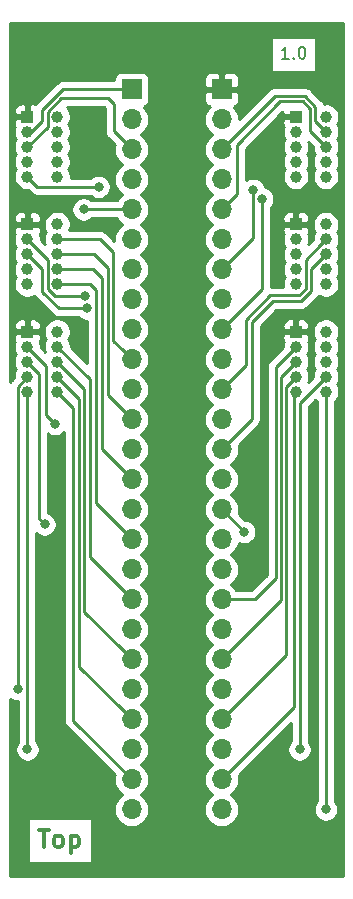
<source format=gbr>
G04 #@! TF.GenerationSoftware,KiCad,Pcbnew,(5.1.4)-1*
G04 #@! TF.CreationDate,2020-01-04T17:55:17+01:00*
G04 #@! TF.ProjectId,USBKeyAdapter,5553424b-6579-4416-9461-707465722e6b,1.0*
G04 #@! TF.SameCoordinates,Original*
G04 #@! TF.FileFunction,Copper,L1,Top*
G04 #@! TF.FilePolarity,Positive*
%FSLAX46Y46*%
G04 Gerber Fmt 4.6, Leading zero omitted, Abs format (unit mm)*
G04 Created by KiCad (PCBNEW (5.1.4)-1) date 2020-01-04 17:55:17*
%MOMM*%
%LPD*%
G04 APERTURE LIST*
%ADD10C,0.200000*%
%ADD11C,0.300000*%
%ADD12R,1.000000X1.000000*%
%ADD13C,1.000000*%
%ADD14O,1.700000X1.700000*%
%ADD15R,1.700000X1.700000*%
%ADD16C,0.800000*%
%ADD17C,0.250000*%
%ADD18C,0.254000*%
G04 APERTURE END LIST*
D10*
X136477428Y-60904380D02*
X135906000Y-60904380D01*
X136191714Y-60904380D02*
X136191714Y-59904380D01*
X136096476Y-60047238D01*
X136001238Y-60142476D01*
X135906000Y-60190095D01*
X136906000Y-60809142D02*
X136953619Y-60856761D01*
X136906000Y-60904380D01*
X136858380Y-60856761D01*
X136906000Y-60809142D01*
X136906000Y-60904380D01*
X137572666Y-59904380D02*
X137667904Y-59904380D01*
X137763142Y-59952000D01*
X137810761Y-59999619D01*
X137858380Y-60094857D01*
X137906000Y-60285333D01*
X137906000Y-60523428D01*
X137858380Y-60713904D01*
X137810761Y-60809142D01*
X137763142Y-60856761D01*
X137667904Y-60904380D01*
X137572666Y-60904380D01*
X137477428Y-60856761D01*
X137429809Y-60809142D01*
X137382190Y-60713904D01*
X137334571Y-60523428D01*
X137334571Y-60285333D01*
X137382190Y-60094857D01*
X137429809Y-59999619D01*
X137477428Y-59952000D01*
X137572666Y-59904380D01*
D11*
X115308285Y-126178571D02*
X116165428Y-126178571D01*
X115736857Y-127678571D02*
X115736857Y-126178571D01*
X116879714Y-127678571D02*
X116736857Y-127607142D01*
X116665428Y-127535714D01*
X116594000Y-127392857D01*
X116594000Y-126964285D01*
X116665428Y-126821428D01*
X116736857Y-126750000D01*
X116879714Y-126678571D01*
X117094000Y-126678571D01*
X117236857Y-126750000D01*
X117308285Y-126821428D01*
X117379714Y-126964285D01*
X117379714Y-127392857D01*
X117308285Y-127535714D01*
X117236857Y-127607142D01*
X117094000Y-127678571D01*
X116879714Y-127678571D01*
X118022571Y-126678571D02*
X118022571Y-128178571D01*
X118022571Y-126750000D02*
X118165428Y-126678571D01*
X118451142Y-126678571D01*
X118594000Y-126750000D01*
X118665428Y-126821428D01*
X118736857Y-126964285D01*
X118736857Y-127392857D01*
X118665428Y-127535714D01*
X118594000Y-127607142D01*
X118451142Y-127678571D01*
X118165428Y-127678571D01*
X118022571Y-127607142D01*
D12*
X114360000Y-65830000D03*
D13*
X114360000Y-67100000D03*
X114360000Y-68370000D03*
X114360000Y-69640000D03*
X114360000Y-70910000D03*
X116900000Y-65830000D03*
X116900000Y-67100000D03*
X116900000Y-68370000D03*
X116900000Y-69640000D03*
X116900000Y-70910000D03*
X116900000Y-74930000D03*
X116900000Y-78740000D03*
X116900000Y-80010000D03*
X116900000Y-77470000D03*
X116900000Y-76200000D03*
X114360000Y-80010000D03*
X114360000Y-77470000D03*
X114360000Y-76200000D03*
D12*
X114360000Y-74930000D03*
D13*
X114360000Y-78740000D03*
X139640000Y-84030000D03*
X139640000Y-87840000D03*
X139640000Y-89110000D03*
X139640000Y-86570000D03*
X139640000Y-85300000D03*
X137100000Y-89110000D03*
X137100000Y-86570000D03*
X137100000Y-85300000D03*
D12*
X137100000Y-84030000D03*
D13*
X137100000Y-87840000D03*
X116900000Y-84030000D03*
X116900000Y-87840000D03*
X116900000Y-89110000D03*
X116900000Y-86570000D03*
X116900000Y-85300000D03*
X114360000Y-89110000D03*
X114360000Y-86570000D03*
X114360000Y-85300000D03*
D12*
X114360000Y-84030000D03*
D13*
X114360000Y-87840000D03*
X139640000Y-65830000D03*
X139640000Y-69640000D03*
X139640000Y-70910000D03*
X139640000Y-68370000D03*
X139640000Y-67100000D03*
X137100000Y-70910000D03*
X137100000Y-68370000D03*
X137100000Y-67100000D03*
D12*
X137100000Y-65830000D03*
D13*
X137100000Y-69640000D03*
X139640000Y-74930000D03*
X139640000Y-78740000D03*
X139640000Y-80010000D03*
X139640000Y-77470000D03*
X139640000Y-76200000D03*
X137100000Y-80010000D03*
X137100000Y-77470000D03*
X137100000Y-76200000D03*
D12*
X137100000Y-74930000D03*
D13*
X137100000Y-78740000D03*
D14*
X123190000Y-124460000D03*
X123190000Y-121920000D03*
X123190000Y-119380000D03*
X123190000Y-116840000D03*
X123190000Y-114300000D03*
X123190000Y-111760000D03*
X123190000Y-109220000D03*
X123190000Y-106680000D03*
X123190000Y-104140000D03*
X123190000Y-101600000D03*
X123190000Y-99060000D03*
X123190000Y-96520000D03*
X123190000Y-93980000D03*
X123190000Y-91440000D03*
X123190000Y-88900000D03*
X123190000Y-86360000D03*
X123190000Y-83820000D03*
X123190000Y-81280000D03*
X123190000Y-78740000D03*
X123190000Y-76200000D03*
X123190000Y-73660000D03*
X123190000Y-71120000D03*
X123190000Y-68580000D03*
X123190000Y-66040000D03*
D15*
X123190000Y-63500000D03*
X130810000Y-63500000D03*
D14*
X130810000Y-66040000D03*
X130810000Y-68580000D03*
X130810000Y-71120000D03*
X130810000Y-73660000D03*
X130810000Y-76200000D03*
X130810000Y-78740000D03*
X130810000Y-81280000D03*
X130810000Y-83820000D03*
X130810000Y-86360000D03*
X130810000Y-88900000D03*
X130810000Y-91440000D03*
X130810000Y-93980000D03*
X130810000Y-96520000D03*
X130810000Y-99060000D03*
X130810000Y-101600000D03*
X130810000Y-104140000D03*
X130810000Y-106680000D03*
X130810000Y-109220000D03*
X130810000Y-111760000D03*
X130810000Y-114300000D03*
X130810000Y-116840000D03*
X130810000Y-119380000D03*
X130810000Y-121920000D03*
X130810000Y-124460000D03*
D16*
X119125962Y-73660000D03*
X120396000Y-71755000D03*
X119380000Y-82042000D03*
X119253000Y-81025996D03*
X137414000Y-119380000D03*
X139640000Y-124460000D03*
X114360000Y-119380000D03*
X115824000Y-100330000D03*
X116713000Y-91821000D03*
X113534999Y-114296999D03*
X133477000Y-72009000D03*
X134239000Y-72771000D03*
X132715000Y-100965000D03*
D17*
X117372588Y-63500000D02*
X123190000Y-63500000D01*
X115624990Y-65247598D02*
X117372588Y-63500000D01*
X115624989Y-66150013D02*
X115624990Y-65247598D01*
X114360000Y-67100000D02*
X114675002Y-67100000D01*
X114675002Y-67100000D02*
X115624989Y-66150013D01*
X121666000Y-67056000D02*
X123190000Y-68580000D01*
X116074999Y-66655001D02*
X116074999Y-65433999D01*
X114360000Y-68370000D02*
X116074999Y-66655001D01*
X116074999Y-65433999D02*
X117246998Y-64262000D01*
X117246998Y-64262000D02*
X121158000Y-64262000D01*
X121158000Y-64262000D02*
X121666000Y-64770000D01*
X121666000Y-64770000D02*
X121666000Y-67056000D01*
X123190000Y-73660000D02*
X119125962Y-73660000D01*
X114360000Y-70910000D02*
X115205000Y-71755000D01*
X115205000Y-71755000D02*
X120396000Y-71755000D01*
X122340001Y-95670001D02*
X123190000Y-96520000D01*
X120650000Y-93980000D02*
X122340001Y-95670001D01*
X120650000Y-79502000D02*
X120650000Y-93980000D01*
X116900000Y-78740000D02*
X119888000Y-78740000D01*
X119888000Y-78740000D02*
X120650000Y-79502000D01*
X122340001Y-100750001D02*
X123190000Y-101600000D01*
X120142000Y-98552000D02*
X122340001Y-100750001D01*
X120142000Y-80518000D02*
X120142000Y-98552000D01*
X116900000Y-80010000D02*
X119634000Y-80010000D01*
X119634000Y-80010000D02*
X120142000Y-80518000D01*
X121158000Y-89408000D02*
X123190000Y-91440000D01*
X121158000Y-78613000D02*
X121158000Y-89408000D01*
X116900000Y-77470000D02*
X120015000Y-77470000D01*
X120015000Y-77470000D02*
X121158000Y-78613000D01*
X121608011Y-84778011D02*
X122340001Y-85510001D01*
X116900000Y-76200000D02*
X120524411Y-76200000D01*
X121608011Y-77283600D02*
X121608011Y-84778011D01*
X120524411Y-76200000D02*
X121608011Y-77283600D01*
X122340001Y-85510001D02*
X123190000Y-86360000D01*
X115624990Y-78734990D02*
X115624990Y-80630677D01*
X118814315Y-82042000D02*
X119380000Y-82042000D01*
X117036313Y-82042000D02*
X118814315Y-82042000D01*
X115624990Y-80630677D02*
X117036313Y-82042000D01*
X114360000Y-77470000D02*
X115624990Y-78734990D01*
X114360000Y-76200000D02*
X116074999Y-77914999D01*
X116074999Y-77914999D02*
X116074999Y-80371684D01*
X118687315Y-81025996D02*
X119253000Y-81025996D01*
X116729311Y-81025996D02*
X118687315Y-81025996D01*
X116074999Y-80371684D02*
X116729311Y-81025996D01*
X137414000Y-90066000D02*
X137414000Y-119380000D01*
X139640000Y-87840000D02*
X137414000Y-90066000D01*
X139640000Y-89110000D02*
X139640000Y-124460000D01*
X136963989Y-115766011D02*
X130810000Y-121920000D01*
X137100000Y-89110000D02*
X136963989Y-89246011D01*
X136963989Y-89246011D02*
X136963989Y-115766011D01*
X131659999Y-110910001D02*
X130810000Y-111760000D01*
X135832011Y-106737989D02*
X131659999Y-110910001D01*
X135832011Y-89699424D02*
X135832011Y-106737989D01*
X135824988Y-88527599D02*
X135824988Y-89692401D01*
X135832011Y-87837989D02*
X135832011Y-88520576D01*
X135824988Y-89692401D02*
X135832011Y-89699424D01*
X135832011Y-88520576D02*
X135824988Y-88527599D01*
X137100000Y-86570000D02*
X135832011Y-87837989D01*
X135382000Y-104902000D02*
X133604000Y-106680000D01*
X133604000Y-106680000D02*
X130810000Y-106680000D01*
X135382000Y-87018000D02*
X135382000Y-88334176D01*
X137100000Y-85300000D02*
X135382000Y-87018000D01*
X135382000Y-88334176D02*
X135374977Y-88341199D01*
X135374977Y-89878801D02*
X135382000Y-89885824D01*
X135374977Y-88341199D02*
X135374977Y-89878801D01*
X135382000Y-89885824D02*
X135382000Y-104902000D01*
X136282022Y-111367978D02*
X130810000Y-116840000D01*
X136282022Y-89513024D02*
X136282022Y-111367978D01*
X136274999Y-89506001D02*
X136282022Y-89513024D01*
X137100000Y-87840000D02*
X136274999Y-88665001D01*
X136274999Y-88665001D02*
X136274999Y-89506001D01*
X122340001Y-115990001D02*
X123190000Y-116840000D01*
X118745000Y-112395000D02*
X122340001Y-115990001D01*
X118745000Y-89685000D02*
X118745000Y-112395000D01*
X116900000Y-87840000D02*
X118745000Y-89685000D01*
X118237000Y-116967000D02*
X123190000Y-121920000D01*
X116900000Y-89110000D02*
X118237000Y-90447000D01*
X118237000Y-90447000D02*
X118237000Y-116967000D01*
X119195011Y-88865011D02*
X119195011Y-107765011D01*
X122340001Y-110910001D02*
X123190000Y-111760000D01*
X119195011Y-107765011D02*
X122340001Y-110910001D01*
X116900000Y-86570000D02*
X119195011Y-88865011D01*
X119645022Y-88045022D02*
X119645022Y-103135022D01*
X116900000Y-85300000D02*
X119645022Y-88045022D01*
X122340001Y-105830001D02*
X123190000Y-106680000D01*
X119645022Y-103135022D02*
X122340001Y-105830001D01*
X114360000Y-89110000D02*
X114360000Y-119380000D01*
X115424001Y-99930001D02*
X115824000Y-100330000D01*
X115316000Y-99822000D02*
X115424001Y-99930001D01*
X114360000Y-86618998D02*
X115316000Y-87574998D01*
X115316000Y-87574998D02*
X115316000Y-99822000D01*
X115951000Y-86891000D02*
X115951000Y-91059000D01*
X114360000Y-85300000D02*
X115951000Y-86891000D01*
X116313001Y-91421001D02*
X116713000Y-91821000D01*
X115951000Y-91059000D02*
X116313001Y-91421001D01*
X113534999Y-88665001D02*
X113534999Y-114296999D01*
X114360000Y-87840000D02*
X113534999Y-88665001D01*
X133477000Y-72574685D02*
X133477000Y-72009000D01*
X130810000Y-78740000D02*
X133477000Y-76073000D01*
X133477000Y-76073000D02*
X133477000Y-72574685D01*
X130810000Y-83820000D02*
X134239000Y-80391000D01*
X134239000Y-80391000D02*
X134239000Y-73336685D01*
X134239000Y-73336685D02*
X134239000Y-72771000D01*
X131659999Y-72810001D02*
X130810000Y-73660000D01*
X137668000Y-64516000D02*
X135763000Y-64516000D01*
X132080000Y-68199000D02*
X132080000Y-72390000D01*
X135763000Y-64516000D02*
X132080000Y-68199000D01*
X138303000Y-65151000D02*
X137668000Y-64516000D01*
X138303000Y-67033000D02*
X138303000Y-65151000D01*
X132080000Y-72390000D02*
X131659999Y-72810001D01*
X139640000Y-68370000D02*
X138303000Y-67033000D01*
X138753011Y-64964600D02*
X138753011Y-66213011D01*
X139140001Y-66600001D02*
X139640000Y-67100000D01*
X137854400Y-64065989D02*
X138753011Y-64964600D01*
X138753011Y-66213011D02*
X139140001Y-66600001D01*
X130810000Y-68580000D02*
X135324011Y-64065989D01*
X135324011Y-64065989D02*
X137854400Y-64065989D01*
X130810000Y-99060000D02*
X132715000Y-100965000D01*
X138375010Y-78734990D02*
X139640000Y-77470000D01*
X133350000Y-83185000D02*
X135128000Y-81407000D01*
X133350000Y-91440000D02*
X133350000Y-83185000D01*
X135128000Y-81407000D02*
X137560412Y-81407000D01*
X137560412Y-81407000D02*
X138375010Y-80592402D01*
X130810000Y-93980000D02*
X133350000Y-91440000D01*
X138375010Y-80592402D02*
X138375010Y-78734990D01*
X137374013Y-80956989D02*
X137925001Y-80406001D01*
X139140001Y-76699999D02*
X139640000Y-76200000D01*
X137925001Y-77914999D02*
X139140001Y-76699999D01*
X137925001Y-80406001D02*
X137925001Y-77914999D01*
X134941600Y-80956989D02*
X137374013Y-80956989D01*
X132842000Y-83056589D02*
X134941600Y-80956989D01*
X130810000Y-88900000D02*
X132842000Y-86868000D01*
X132842000Y-86868000D02*
X132842000Y-83056589D01*
D18*
G36*
X141115001Y-130115000D02*
G01*
X112885000Y-130115000D01*
X112885000Y-125210000D01*
X114380429Y-125210000D01*
X114380429Y-129030000D01*
X119807572Y-129030000D01*
X119807572Y-125210000D01*
X114380429Y-125210000D01*
X112885000Y-125210000D01*
X112885000Y-115107467D01*
X113044743Y-115214204D01*
X113233101Y-115292225D01*
X113433060Y-115331999D01*
X113600001Y-115331999D01*
X113600001Y-118676288D01*
X113556063Y-118720226D01*
X113442795Y-118889744D01*
X113364774Y-119078102D01*
X113325000Y-119278061D01*
X113325000Y-119481939D01*
X113364774Y-119681898D01*
X113442795Y-119870256D01*
X113556063Y-120039774D01*
X113700226Y-120183937D01*
X113869744Y-120297205D01*
X114058102Y-120375226D01*
X114258061Y-120415000D01*
X114461939Y-120415000D01*
X114661898Y-120375226D01*
X114850256Y-120297205D01*
X115019774Y-120183937D01*
X115163937Y-120039774D01*
X115277205Y-119870256D01*
X115355226Y-119681898D01*
X115395000Y-119481939D01*
X115395000Y-119278061D01*
X115355226Y-119078102D01*
X115277205Y-118889744D01*
X115163937Y-118720226D01*
X115120000Y-118676289D01*
X115120000Y-101089711D01*
X115164226Y-101133937D01*
X115333744Y-101247205D01*
X115522102Y-101325226D01*
X115722061Y-101365000D01*
X115925939Y-101365000D01*
X116125898Y-101325226D01*
X116314256Y-101247205D01*
X116483774Y-101133937D01*
X116627937Y-100989774D01*
X116741205Y-100820256D01*
X116819226Y-100631898D01*
X116859000Y-100431939D01*
X116859000Y-100228061D01*
X116819226Y-100028102D01*
X116741205Y-99839744D01*
X116627937Y-99670226D01*
X116483774Y-99526063D01*
X116314256Y-99412795D01*
X116125898Y-99334774D01*
X116076000Y-99324849D01*
X116076000Y-92640154D01*
X116222744Y-92738205D01*
X116411102Y-92816226D01*
X116611061Y-92856000D01*
X116814939Y-92856000D01*
X117014898Y-92816226D01*
X117203256Y-92738205D01*
X117372774Y-92624937D01*
X117477000Y-92520711D01*
X117477001Y-116929667D01*
X117473324Y-116967000D01*
X117477001Y-117004333D01*
X117487998Y-117115986D01*
X117501180Y-117159442D01*
X117531454Y-117259246D01*
X117602026Y-117391276D01*
X117670716Y-117474974D01*
X117697000Y-117507001D01*
X117725998Y-117530799D01*
X121749203Y-121554005D01*
X121726487Y-121628889D01*
X121697815Y-121920000D01*
X121726487Y-122211111D01*
X121811401Y-122491034D01*
X121949294Y-122749014D01*
X122134866Y-122975134D01*
X122360986Y-123160706D01*
X122415791Y-123190000D01*
X122360986Y-123219294D01*
X122134866Y-123404866D01*
X121949294Y-123630986D01*
X121811401Y-123888966D01*
X121726487Y-124168889D01*
X121697815Y-124460000D01*
X121726487Y-124751111D01*
X121811401Y-125031034D01*
X121949294Y-125289014D01*
X122134866Y-125515134D01*
X122360986Y-125700706D01*
X122618966Y-125838599D01*
X122898889Y-125923513D01*
X123117050Y-125945000D01*
X123262950Y-125945000D01*
X123481111Y-125923513D01*
X123761034Y-125838599D01*
X124019014Y-125700706D01*
X124245134Y-125515134D01*
X124430706Y-125289014D01*
X124568599Y-125031034D01*
X124653513Y-124751111D01*
X124682185Y-124460000D01*
X124653513Y-124168889D01*
X124568599Y-123888966D01*
X124430706Y-123630986D01*
X124245134Y-123404866D01*
X124019014Y-123219294D01*
X123964209Y-123190000D01*
X124019014Y-123160706D01*
X124245134Y-122975134D01*
X124430706Y-122749014D01*
X124568599Y-122491034D01*
X124653513Y-122211111D01*
X124682185Y-121920000D01*
X124653513Y-121628889D01*
X124568599Y-121348966D01*
X124430706Y-121090986D01*
X124245134Y-120864866D01*
X124019014Y-120679294D01*
X123964209Y-120650000D01*
X124019014Y-120620706D01*
X124245134Y-120435134D01*
X124430706Y-120209014D01*
X124568599Y-119951034D01*
X124653513Y-119671111D01*
X124682185Y-119380000D01*
X124653513Y-119088889D01*
X124568599Y-118808966D01*
X124430706Y-118550986D01*
X124245134Y-118324866D01*
X124019014Y-118139294D01*
X123964209Y-118110000D01*
X124019014Y-118080706D01*
X124245134Y-117895134D01*
X124430706Y-117669014D01*
X124568599Y-117411034D01*
X124653513Y-117131111D01*
X124682185Y-116840000D01*
X124653513Y-116548889D01*
X124568599Y-116268966D01*
X124430706Y-116010986D01*
X124245134Y-115784866D01*
X124019014Y-115599294D01*
X123964209Y-115570000D01*
X124019014Y-115540706D01*
X124245134Y-115355134D01*
X124430706Y-115129014D01*
X124568599Y-114871034D01*
X124653513Y-114591111D01*
X124682185Y-114300000D01*
X124653513Y-114008889D01*
X124568599Y-113728966D01*
X124430706Y-113470986D01*
X124245134Y-113244866D01*
X124019014Y-113059294D01*
X123964209Y-113030000D01*
X124019014Y-113000706D01*
X124245134Y-112815134D01*
X124430706Y-112589014D01*
X124568599Y-112331034D01*
X124653513Y-112051111D01*
X124682185Y-111760000D01*
X124653513Y-111468889D01*
X124568599Y-111188966D01*
X124430706Y-110930986D01*
X124245134Y-110704866D01*
X124019014Y-110519294D01*
X123964209Y-110490000D01*
X124019014Y-110460706D01*
X124245134Y-110275134D01*
X124430706Y-110049014D01*
X124568599Y-109791034D01*
X124653513Y-109511111D01*
X124682185Y-109220000D01*
X124653513Y-108928889D01*
X124568599Y-108648966D01*
X124430706Y-108390986D01*
X124245134Y-108164866D01*
X124019014Y-107979294D01*
X123964209Y-107950000D01*
X124019014Y-107920706D01*
X124245134Y-107735134D01*
X124430706Y-107509014D01*
X124568599Y-107251034D01*
X124653513Y-106971111D01*
X124682185Y-106680000D01*
X124653513Y-106388889D01*
X124568599Y-106108966D01*
X124430706Y-105850986D01*
X124245134Y-105624866D01*
X124019014Y-105439294D01*
X123964209Y-105410000D01*
X124019014Y-105380706D01*
X124245134Y-105195134D01*
X124430706Y-104969014D01*
X124568599Y-104711034D01*
X124653513Y-104431111D01*
X124682185Y-104140000D01*
X124653513Y-103848889D01*
X124568599Y-103568966D01*
X124430706Y-103310986D01*
X124245134Y-103084866D01*
X124019014Y-102899294D01*
X123964209Y-102870000D01*
X124019014Y-102840706D01*
X124245134Y-102655134D01*
X124430706Y-102429014D01*
X124568599Y-102171034D01*
X124653513Y-101891111D01*
X124682185Y-101600000D01*
X124653513Y-101308889D01*
X124568599Y-101028966D01*
X124430706Y-100770986D01*
X124245134Y-100544866D01*
X124019014Y-100359294D01*
X123964209Y-100330000D01*
X124019014Y-100300706D01*
X124245134Y-100115134D01*
X124430706Y-99889014D01*
X124568599Y-99631034D01*
X124653513Y-99351111D01*
X124682185Y-99060000D01*
X124653513Y-98768889D01*
X124568599Y-98488966D01*
X124430706Y-98230986D01*
X124245134Y-98004866D01*
X124019014Y-97819294D01*
X123964209Y-97790000D01*
X124019014Y-97760706D01*
X124245134Y-97575134D01*
X124430706Y-97349014D01*
X124568599Y-97091034D01*
X124653513Y-96811111D01*
X124682185Y-96520000D01*
X124653513Y-96228889D01*
X124568599Y-95948966D01*
X124430706Y-95690986D01*
X124245134Y-95464866D01*
X124019014Y-95279294D01*
X123964209Y-95250000D01*
X124019014Y-95220706D01*
X124245134Y-95035134D01*
X124430706Y-94809014D01*
X124568599Y-94551034D01*
X124653513Y-94271111D01*
X124682185Y-93980000D01*
X124653513Y-93688889D01*
X124568599Y-93408966D01*
X124430706Y-93150986D01*
X124245134Y-92924866D01*
X124019014Y-92739294D01*
X123964209Y-92710000D01*
X124019014Y-92680706D01*
X124245134Y-92495134D01*
X124430706Y-92269014D01*
X124568599Y-92011034D01*
X124653513Y-91731111D01*
X124682185Y-91440000D01*
X124653513Y-91148889D01*
X124568599Y-90868966D01*
X124430706Y-90610986D01*
X124245134Y-90384866D01*
X124019014Y-90199294D01*
X123964209Y-90170000D01*
X124019014Y-90140706D01*
X124245134Y-89955134D01*
X124430706Y-89729014D01*
X124568599Y-89471034D01*
X124653513Y-89191111D01*
X124682185Y-88900000D01*
X124653513Y-88608889D01*
X124568599Y-88328966D01*
X124430706Y-88070986D01*
X124245134Y-87844866D01*
X124019014Y-87659294D01*
X123964209Y-87630000D01*
X124019014Y-87600706D01*
X124245134Y-87415134D01*
X124430706Y-87189014D01*
X124568599Y-86931034D01*
X124653513Y-86651111D01*
X124682185Y-86360000D01*
X124653513Y-86068889D01*
X124568599Y-85788966D01*
X124430706Y-85530986D01*
X124245134Y-85304866D01*
X124019014Y-85119294D01*
X123964209Y-85090000D01*
X124019014Y-85060706D01*
X124245134Y-84875134D01*
X124430706Y-84649014D01*
X124568599Y-84391034D01*
X124653513Y-84111111D01*
X124682185Y-83820000D01*
X124653513Y-83528889D01*
X124568599Y-83248966D01*
X124430706Y-82990986D01*
X124245134Y-82764866D01*
X124019014Y-82579294D01*
X123964209Y-82550000D01*
X124019014Y-82520706D01*
X124245134Y-82335134D01*
X124430706Y-82109014D01*
X124568599Y-81851034D01*
X124653513Y-81571111D01*
X124682185Y-81280000D01*
X124653513Y-80988889D01*
X124568599Y-80708966D01*
X124430706Y-80450986D01*
X124245134Y-80224866D01*
X124019014Y-80039294D01*
X123964209Y-80010000D01*
X124019014Y-79980706D01*
X124245134Y-79795134D01*
X124430706Y-79569014D01*
X124568599Y-79311034D01*
X124653513Y-79031111D01*
X124682185Y-78740000D01*
X124653513Y-78448889D01*
X124568599Y-78168966D01*
X124430706Y-77910986D01*
X124245134Y-77684866D01*
X124019014Y-77499294D01*
X123964209Y-77470000D01*
X124019014Y-77440706D01*
X124245134Y-77255134D01*
X124430706Y-77029014D01*
X124568599Y-76771034D01*
X124653513Y-76491111D01*
X124682185Y-76200000D01*
X124653513Y-75908889D01*
X124568599Y-75628966D01*
X124430706Y-75370986D01*
X124245134Y-75144866D01*
X124019014Y-74959294D01*
X123964209Y-74930000D01*
X124019014Y-74900706D01*
X124245134Y-74715134D01*
X124430706Y-74489014D01*
X124568599Y-74231034D01*
X124653513Y-73951111D01*
X124682185Y-73660000D01*
X124653513Y-73368889D01*
X124568599Y-73088966D01*
X124430706Y-72830986D01*
X124245134Y-72604866D01*
X124019014Y-72419294D01*
X123964209Y-72390000D01*
X124019014Y-72360706D01*
X124245134Y-72175134D01*
X124430706Y-71949014D01*
X124568599Y-71691034D01*
X124653513Y-71411111D01*
X124682185Y-71120000D01*
X124653513Y-70828889D01*
X124568599Y-70548966D01*
X124430706Y-70290986D01*
X124245134Y-70064866D01*
X124019014Y-69879294D01*
X123964209Y-69850000D01*
X124019014Y-69820706D01*
X124245134Y-69635134D01*
X124430706Y-69409014D01*
X124568599Y-69151034D01*
X124653513Y-68871111D01*
X124682185Y-68580000D01*
X124653513Y-68288889D01*
X124568599Y-68008966D01*
X124430706Y-67750986D01*
X124245134Y-67524866D01*
X124019014Y-67339294D01*
X123964209Y-67310000D01*
X124019014Y-67280706D01*
X124245134Y-67095134D01*
X124430706Y-66869014D01*
X124568599Y-66611034D01*
X124653513Y-66331111D01*
X124682185Y-66040000D01*
X129317815Y-66040000D01*
X129346487Y-66331111D01*
X129431401Y-66611034D01*
X129569294Y-66869014D01*
X129754866Y-67095134D01*
X129980986Y-67280706D01*
X130035791Y-67310000D01*
X129980986Y-67339294D01*
X129754866Y-67524866D01*
X129569294Y-67750986D01*
X129431401Y-68008966D01*
X129346487Y-68288889D01*
X129317815Y-68580000D01*
X129346487Y-68871111D01*
X129431401Y-69151034D01*
X129569294Y-69409014D01*
X129754866Y-69635134D01*
X129980986Y-69820706D01*
X130035791Y-69850000D01*
X129980986Y-69879294D01*
X129754866Y-70064866D01*
X129569294Y-70290986D01*
X129431401Y-70548966D01*
X129346487Y-70828889D01*
X129317815Y-71120000D01*
X129346487Y-71411111D01*
X129431401Y-71691034D01*
X129569294Y-71949014D01*
X129754866Y-72175134D01*
X129980986Y-72360706D01*
X130035791Y-72390000D01*
X129980986Y-72419294D01*
X129754866Y-72604866D01*
X129569294Y-72830986D01*
X129431401Y-73088966D01*
X129346487Y-73368889D01*
X129317815Y-73660000D01*
X129346487Y-73951111D01*
X129431401Y-74231034D01*
X129569294Y-74489014D01*
X129754866Y-74715134D01*
X129980986Y-74900706D01*
X130035791Y-74930000D01*
X129980986Y-74959294D01*
X129754866Y-75144866D01*
X129569294Y-75370986D01*
X129431401Y-75628966D01*
X129346487Y-75908889D01*
X129317815Y-76200000D01*
X129346487Y-76491111D01*
X129431401Y-76771034D01*
X129569294Y-77029014D01*
X129754866Y-77255134D01*
X129980986Y-77440706D01*
X130035791Y-77470000D01*
X129980986Y-77499294D01*
X129754866Y-77684866D01*
X129569294Y-77910986D01*
X129431401Y-78168966D01*
X129346487Y-78448889D01*
X129317815Y-78740000D01*
X129346487Y-79031111D01*
X129431401Y-79311034D01*
X129569294Y-79569014D01*
X129754866Y-79795134D01*
X129980986Y-79980706D01*
X130035791Y-80010000D01*
X129980986Y-80039294D01*
X129754866Y-80224866D01*
X129569294Y-80450986D01*
X129431401Y-80708966D01*
X129346487Y-80988889D01*
X129317815Y-81280000D01*
X129346487Y-81571111D01*
X129431401Y-81851034D01*
X129569294Y-82109014D01*
X129754866Y-82335134D01*
X129980986Y-82520706D01*
X130035791Y-82550000D01*
X129980986Y-82579294D01*
X129754866Y-82764866D01*
X129569294Y-82990986D01*
X129431401Y-83248966D01*
X129346487Y-83528889D01*
X129317815Y-83820000D01*
X129346487Y-84111111D01*
X129431401Y-84391034D01*
X129569294Y-84649014D01*
X129754866Y-84875134D01*
X129980986Y-85060706D01*
X130035791Y-85090000D01*
X129980986Y-85119294D01*
X129754866Y-85304866D01*
X129569294Y-85530986D01*
X129431401Y-85788966D01*
X129346487Y-86068889D01*
X129317815Y-86360000D01*
X129346487Y-86651111D01*
X129431401Y-86931034D01*
X129569294Y-87189014D01*
X129754866Y-87415134D01*
X129980986Y-87600706D01*
X130035791Y-87630000D01*
X129980986Y-87659294D01*
X129754866Y-87844866D01*
X129569294Y-88070986D01*
X129431401Y-88328966D01*
X129346487Y-88608889D01*
X129317815Y-88900000D01*
X129346487Y-89191111D01*
X129431401Y-89471034D01*
X129569294Y-89729014D01*
X129754866Y-89955134D01*
X129980986Y-90140706D01*
X130035791Y-90170000D01*
X129980986Y-90199294D01*
X129754866Y-90384866D01*
X129569294Y-90610986D01*
X129431401Y-90868966D01*
X129346487Y-91148889D01*
X129317815Y-91440000D01*
X129346487Y-91731111D01*
X129431401Y-92011034D01*
X129569294Y-92269014D01*
X129754866Y-92495134D01*
X129980986Y-92680706D01*
X130035791Y-92710000D01*
X129980986Y-92739294D01*
X129754866Y-92924866D01*
X129569294Y-93150986D01*
X129431401Y-93408966D01*
X129346487Y-93688889D01*
X129317815Y-93980000D01*
X129346487Y-94271111D01*
X129431401Y-94551034D01*
X129569294Y-94809014D01*
X129754866Y-95035134D01*
X129980986Y-95220706D01*
X130035791Y-95250000D01*
X129980986Y-95279294D01*
X129754866Y-95464866D01*
X129569294Y-95690986D01*
X129431401Y-95948966D01*
X129346487Y-96228889D01*
X129317815Y-96520000D01*
X129346487Y-96811111D01*
X129431401Y-97091034D01*
X129569294Y-97349014D01*
X129754866Y-97575134D01*
X129980986Y-97760706D01*
X130035791Y-97790000D01*
X129980986Y-97819294D01*
X129754866Y-98004866D01*
X129569294Y-98230986D01*
X129431401Y-98488966D01*
X129346487Y-98768889D01*
X129317815Y-99060000D01*
X129346487Y-99351111D01*
X129431401Y-99631034D01*
X129569294Y-99889014D01*
X129754866Y-100115134D01*
X129980986Y-100300706D01*
X130035791Y-100330000D01*
X129980986Y-100359294D01*
X129754866Y-100544866D01*
X129569294Y-100770986D01*
X129431401Y-101028966D01*
X129346487Y-101308889D01*
X129317815Y-101600000D01*
X129346487Y-101891111D01*
X129431401Y-102171034D01*
X129569294Y-102429014D01*
X129754866Y-102655134D01*
X129980986Y-102840706D01*
X130035791Y-102870000D01*
X129980986Y-102899294D01*
X129754866Y-103084866D01*
X129569294Y-103310986D01*
X129431401Y-103568966D01*
X129346487Y-103848889D01*
X129317815Y-104140000D01*
X129346487Y-104431111D01*
X129431401Y-104711034D01*
X129569294Y-104969014D01*
X129754866Y-105195134D01*
X129980986Y-105380706D01*
X130035791Y-105410000D01*
X129980986Y-105439294D01*
X129754866Y-105624866D01*
X129569294Y-105850986D01*
X129431401Y-106108966D01*
X129346487Y-106388889D01*
X129317815Y-106680000D01*
X129346487Y-106971111D01*
X129431401Y-107251034D01*
X129569294Y-107509014D01*
X129754866Y-107735134D01*
X129980986Y-107920706D01*
X130035791Y-107950000D01*
X129980986Y-107979294D01*
X129754866Y-108164866D01*
X129569294Y-108390986D01*
X129431401Y-108648966D01*
X129346487Y-108928889D01*
X129317815Y-109220000D01*
X129346487Y-109511111D01*
X129431401Y-109791034D01*
X129569294Y-110049014D01*
X129754866Y-110275134D01*
X129980986Y-110460706D01*
X130035791Y-110490000D01*
X129980986Y-110519294D01*
X129754866Y-110704866D01*
X129569294Y-110930986D01*
X129431401Y-111188966D01*
X129346487Y-111468889D01*
X129317815Y-111760000D01*
X129346487Y-112051111D01*
X129431401Y-112331034D01*
X129569294Y-112589014D01*
X129754866Y-112815134D01*
X129980986Y-113000706D01*
X130035791Y-113030000D01*
X129980986Y-113059294D01*
X129754866Y-113244866D01*
X129569294Y-113470986D01*
X129431401Y-113728966D01*
X129346487Y-114008889D01*
X129317815Y-114300000D01*
X129346487Y-114591111D01*
X129431401Y-114871034D01*
X129569294Y-115129014D01*
X129754866Y-115355134D01*
X129980986Y-115540706D01*
X130035791Y-115570000D01*
X129980986Y-115599294D01*
X129754866Y-115784866D01*
X129569294Y-116010986D01*
X129431401Y-116268966D01*
X129346487Y-116548889D01*
X129317815Y-116840000D01*
X129346487Y-117131111D01*
X129431401Y-117411034D01*
X129569294Y-117669014D01*
X129754866Y-117895134D01*
X129980986Y-118080706D01*
X130035791Y-118110000D01*
X129980986Y-118139294D01*
X129754866Y-118324866D01*
X129569294Y-118550986D01*
X129431401Y-118808966D01*
X129346487Y-119088889D01*
X129317815Y-119380000D01*
X129346487Y-119671111D01*
X129431401Y-119951034D01*
X129569294Y-120209014D01*
X129754866Y-120435134D01*
X129980986Y-120620706D01*
X130035791Y-120650000D01*
X129980986Y-120679294D01*
X129754866Y-120864866D01*
X129569294Y-121090986D01*
X129431401Y-121348966D01*
X129346487Y-121628889D01*
X129317815Y-121920000D01*
X129346487Y-122211111D01*
X129431401Y-122491034D01*
X129569294Y-122749014D01*
X129754866Y-122975134D01*
X129980986Y-123160706D01*
X130035791Y-123190000D01*
X129980986Y-123219294D01*
X129754866Y-123404866D01*
X129569294Y-123630986D01*
X129431401Y-123888966D01*
X129346487Y-124168889D01*
X129317815Y-124460000D01*
X129346487Y-124751111D01*
X129431401Y-125031034D01*
X129569294Y-125289014D01*
X129754866Y-125515134D01*
X129980986Y-125700706D01*
X130238966Y-125838599D01*
X130518889Y-125923513D01*
X130737050Y-125945000D01*
X130882950Y-125945000D01*
X131101111Y-125923513D01*
X131381034Y-125838599D01*
X131639014Y-125700706D01*
X131865134Y-125515134D01*
X132050706Y-125289014D01*
X132188599Y-125031034D01*
X132273513Y-124751111D01*
X132302185Y-124460000D01*
X132273513Y-124168889D01*
X132188599Y-123888966D01*
X132050706Y-123630986D01*
X131865134Y-123404866D01*
X131639014Y-123219294D01*
X131584209Y-123190000D01*
X131639014Y-123160706D01*
X131865134Y-122975134D01*
X132050706Y-122749014D01*
X132188599Y-122491034D01*
X132273513Y-122211111D01*
X132302185Y-121920000D01*
X132273513Y-121628889D01*
X132250797Y-121554004D01*
X136654001Y-117150801D01*
X136654001Y-118676288D01*
X136610063Y-118720226D01*
X136496795Y-118889744D01*
X136418774Y-119078102D01*
X136379000Y-119278061D01*
X136379000Y-119481939D01*
X136418774Y-119681898D01*
X136496795Y-119870256D01*
X136610063Y-120039774D01*
X136754226Y-120183937D01*
X136923744Y-120297205D01*
X137112102Y-120375226D01*
X137312061Y-120415000D01*
X137515939Y-120415000D01*
X137715898Y-120375226D01*
X137904256Y-120297205D01*
X138073774Y-120183937D01*
X138217937Y-120039774D01*
X138331205Y-119870256D01*
X138409226Y-119681898D01*
X138449000Y-119481939D01*
X138449000Y-119278061D01*
X138409226Y-119078102D01*
X138331205Y-118889744D01*
X138217937Y-118720226D01*
X138174000Y-118676289D01*
X138174000Y-90380801D01*
X138743525Y-89811276D01*
X138758388Y-89833520D01*
X138880000Y-89955132D01*
X138880001Y-123756288D01*
X138836063Y-123800226D01*
X138722795Y-123969744D01*
X138644774Y-124158102D01*
X138605000Y-124358061D01*
X138605000Y-124561939D01*
X138644774Y-124761898D01*
X138722795Y-124950256D01*
X138836063Y-125119774D01*
X138980226Y-125263937D01*
X139149744Y-125377205D01*
X139338102Y-125455226D01*
X139538061Y-125495000D01*
X139741939Y-125495000D01*
X139941898Y-125455226D01*
X140130256Y-125377205D01*
X140299774Y-125263937D01*
X140443937Y-125119774D01*
X140557205Y-124950256D01*
X140635226Y-124761898D01*
X140675000Y-124561939D01*
X140675000Y-124358061D01*
X140635226Y-124158102D01*
X140557205Y-123969744D01*
X140443937Y-123800226D01*
X140400000Y-123756289D01*
X140400000Y-89955132D01*
X140521612Y-89833520D01*
X140645824Y-89647624D01*
X140731383Y-89441067D01*
X140775000Y-89221788D01*
X140775000Y-88998212D01*
X140731383Y-88778933D01*
X140645824Y-88572376D01*
X140580759Y-88475000D01*
X140645824Y-88377624D01*
X140731383Y-88171067D01*
X140775000Y-87951788D01*
X140775000Y-87728212D01*
X140731383Y-87508933D01*
X140645824Y-87302376D01*
X140580759Y-87205000D01*
X140645824Y-87107624D01*
X140731383Y-86901067D01*
X140775000Y-86681788D01*
X140775000Y-86458212D01*
X140731383Y-86238933D01*
X140645824Y-86032376D01*
X140580759Y-85935000D01*
X140645824Y-85837624D01*
X140731383Y-85631067D01*
X140775000Y-85411788D01*
X140775000Y-85188212D01*
X140731383Y-84968933D01*
X140645824Y-84762376D01*
X140580759Y-84665000D01*
X140645824Y-84567624D01*
X140731383Y-84361067D01*
X140775000Y-84141788D01*
X140775000Y-83918212D01*
X140731383Y-83698933D01*
X140645824Y-83492376D01*
X140521612Y-83306480D01*
X140363520Y-83148388D01*
X140177624Y-83024176D01*
X139971067Y-82938617D01*
X139751788Y-82895000D01*
X139528212Y-82895000D01*
X139308933Y-82938617D01*
X139102376Y-83024176D01*
X138916480Y-83148388D01*
X138758388Y-83306480D01*
X138634176Y-83492376D01*
X138548617Y-83698933D01*
X138505000Y-83918212D01*
X138505000Y-84141788D01*
X138548617Y-84361067D01*
X138634176Y-84567624D01*
X138699241Y-84665000D01*
X138634176Y-84762376D01*
X138548617Y-84968933D01*
X138505000Y-85188212D01*
X138505000Y-85411788D01*
X138548617Y-85631067D01*
X138634176Y-85837624D01*
X138699241Y-85935000D01*
X138634176Y-86032376D01*
X138548617Y-86238933D01*
X138505000Y-86458212D01*
X138505000Y-86681788D01*
X138548617Y-86901067D01*
X138634176Y-87107624D01*
X138699241Y-87205000D01*
X138634176Y-87302376D01*
X138548617Y-87508933D01*
X138505000Y-87728212D01*
X138505000Y-87900198D01*
X138161156Y-88244042D01*
X138191383Y-88171067D01*
X138235000Y-87951788D01*
X138235000Y-87728212D01*
X138191383Y-87508933D01*
X138105824Y-87302376D01*
X138040759Y-87205000D01*
X138105824Y-87107624D01*
X138191383Y-86901067D01*
X138235000Y-86681788D01*
X138235000Y-86458212D01*
X138191383Y-86238933D01*
X138105824Y-86032376D01*
X138040759Y-85935000D01*
X138105824Y-85837624D01*
X138191383Y-85631067D01*
X138235000Y-85411788D01*
X138235000Y-85188212D01*
X138191383Y-84968933D01*
X138145112Y-84857226D01*
X138189502Y-84774180D01*
X138225812Y-84654482D01*
X138238072Y-84530000D01*
X138235000Y-84315750D01*
X138076250Y-84157000D01*
X137227000Y-84157000D01*
X137227000Y-84168026D01*
X137211788Y-84165000D01*
X136988212Y-84165000D01*
X136973000Y-84168026D01*
X136973000Y-84157000D01*
X136123750Y-84157000D01*
X135965000Y-84315750D01*
X135961928Y-84530000D01*
X135974188Y-84654482D01*
X136010498Y-84774180D01*
X136054888Y-84857226D01*
X136008617Y-84968933D01*
X135965000Y-85188212D01*
X135965000Y-85360198D01*
X134871003Y-86454196D01*
X134841999Y-86477999D01*
X134816570Y-86508985D01*
X134747026Y-86593724D01*
X134687547Y-86705000D01*
X134676454Y-86725754D01*
X134632997Y-86869015D01*
X134622000Y-86980668D01*
X134622000Y-86980678D01*
X134618324Y-87018000D01*
X134622000Y-87055323D01*
X134622001Y-88232553D01*
X134614977Y-88303867D01*
X134614977Y-88303877D01*
X134611301Y-88341199D01*
X134614977Y-88378522D01*
X134614978Y-89841469D01*
X134611301Y-89878801D01*
X134614978Y-89916134D01*
X134622000Y-89987429D01*
X134622001Y-104587197D01*
X133289199Y-105920000D01*
X132087595Y-105920000D01*
X132050706Y-105850986D01*
X131865134Y-105624866D01*
X131639014Y-105439294D01*
X131584209Y-105410000D01*
X131639014Y-105380706D01*
X131865134Y-105195134D01*
X132050706Y-104969014D01*
X132188599Y-104711034D01*
X132273513Y-104431111D01*
X132302185Y-104140000D01*
X132273513Y-103848889D01*
X132188599Y-103568966D01*
X132050706Y-103310986D01*
X131865134Y-103084866D01*
X131639014Y-102899294D01*
X131584209Y-102870000D01*
X131639014Y-102840706D01*
X131865134Y-102655134D01*
X132050706Y-102429014D01*
X132188599Y-102171034D01*
X132270469Y-101901145D01*
X132413102Y-101960226D01*
X132613061Y-102000000D01*
X132816939Y-102000000D01*
X133016898Y-101960226D01*
X133205256Y-101882205D01*
X133374774Y-101768937D01*
X133518937Y-101624774D01*
X133632205Y-101455256D01*
X133710226Y-101266898D01*
X133750000Y-101066939D01*
X133750000Y-100863061D01*
X133710226Y-100663102D01*
X133632205Y-100474744D01*
X133518937Y-100305226D01*
X133374774Y-100161063D01*
X133205256Y-100047795D01*
X133016898Y-99969774D01*
X132816939Y-99930000D01*
X132754802Y-99930000D01*
X132250797Y-99425995D01*
X132273513Y-99351111D01*
X132302185Y-99060000D01*
X132273513Y-98768889D01*
X132188599Y-98488966D01*
X132050706Y-98230986D01*
X131865134Y-98004866D01*
X131639014Y-97819294D01*
X131584209Y-97790000D01*
X131639014Y-97760706D01*
X131865134Y-97575134D01*
X132050706Y-97349014D01*
X132188599Y-97091034D01*
X132273513Y-96811111D01*
X132302185Y-96520000D01*
X132273513Y-96228889D01*
X132188599Y-95948966D01*
X132050706Y-95690986D01*
X131865134Y-95464866D01*
X131639014Y-95279294D01*
X131584209Y-95250000D01*
X131639014Y-95220706D01*
X131865134Y-95035134D01*
X132050706Y-94809014D01*
X132188599Y-94551034D01*
X132273513Y-94271111D01*
X132302185Y-93980000D01*
X132273513Y-93688889D01*
X132250797Y-93614005D01*
X133861009Y-92003794D01*
X133890001Y-91980001D01*
X133913795Y-91951008D01*
X133913799Y-91951004D01*
X133984973Y-91864277D01*
X133984974Y-91864276D01*
X134055546Y-91732247D01*
X134099003Y-91588986D01*
X134110000Y-91477333D01*
X134110000Y-91477324D01*
X134113676Y-91440001D01*
X134110000Y-91402678D01*
X134110000Y-83530000D01*
X135961928Y-83530000D01*
X135965000Y-83744250D01*
X136123750Y-83903000D01*
X136973000Y-83903000D01*
X136973000Y-83053750D01*
X137227000Y-83053750D01*
X137227000Y-83903000D01*
X138076250Y-83903000D01*
X138235000Y-83744250D01*
X138238072Y-83530000D01*
X138225812Y-83405518D01*
X138189502Y-83285820D01*
X138130537Y-83175506D01*
X138051185Y-83078815D01*
X137954494Y-82999463D01*
X137844180Y-82940498D01*
X137724482Y-82904188D01*
X137600000Y-82891928D01*
X137385750Y-82895000D01*
X137227000Y-83053750D01*
X136973000Y-83053750D01*
X136814250Y-82895000D01*
X136600000Y-82891928D01*
X136475518Y-82904188D01*
X136355820Y-82940498D01*
X136245506Y-82999463D01*
X136148815Y-83078815D01*
X136069463Y-83175506D01*
X136010498Y-83285820D01*
X135974188Y-83405518D01*
X135961928Y-83530000D01*
X134110000Y-83530000D01*
X134110000Y-83499801D01*
X135442802Y-82167000D01*
X137523090Y-82167000D01*
X137560412Y-82170676D01*
X137597734Y-82167000D01*
X137597745Y-82167000D01*
X137709398Y-82156003D01*
X137852659Y-82112546D01*
X137984688Y-82041974D01*
X138100413Y-81947001D01*
X138124215Y-81917998D01*
X138886014Y-81156200D01*
X138915011Y-81132403D01*
X139009984Y-81016678D01*
X139034635Y-80970561D01*
X139102376Y-81015824D01*
X139308933Y-81101383D01*
X139528212Y-81145000D01*
X139751788Y-81145000D01*
X139971067Y-81101383D01*
X140177624Y-81015824D01*
X140363520Y-80891612D01*
X140521612Y-80733520D01*
X140645824Y-80547624D01*
X140731383Y-80341067D01*
X140775000Y-80121788D01*
X140775000Y-79898212D01*
X140731383Y-79678933D01*
X140645824Y-79472376D01*
X140580759Y-79375000D01*
X140645824Y-79277624D01*
X140731383Y-79071067D01*
X140775000Y-78851788D01*
X140775000Y-78628212D01*
X140731383Y-78408933D01*
X140645824Y-78202376D01*
X140580759Y-78105000D01*
X140645824Y-78007624D01*
X140731383Y-77801067D01*
X140775000Y-77581788D01*
X140775000Y-77358212D01*
X140731383Y-77138933D01*
X140645824Y-76932376D01*
X140580759Y-76835000D01*
X140645824Y-76737624D01*
X140731383Y-76531067D01*
X140775000Y-76311788D01*
X140775000Y-76088212D01*
X140731383Y-75868933D01*
X140645824Y-75662376D01*
X140580759Y-75565000D01*
X140645824Y-75467624D01*
X140731383Y-75261067D01*
X140775000Y-75041788D01*
X140775000Y-74818212D01*
X140731383Y-74598933D01*
X140645824Y-74392376D01*
X140521612Y-74206480D01*
X140363520Y-74048388D01*
X140177624Y-73924176D01*
X139971067Y-73838617D01*
X139751788Y-73795000D01*
X139528212Y-73795000D01*
X139308933Y-73838617D01*
X139102376Y-73924176D01*
X138916480Y-74048388D01*
X138758388Y-74206480D01*
X138634176Y-74392376D01*
X138548617Y-74598933D01*
X138505000Y-74818212D01*
X138505000Y-75041788D01*
X138548617Y-75261067D01*
X138634176Y-75467624D01*
X138699241Y-75565000D01*
X138634176Y-75662376D01*
X138548617Y-75868933D01*
X138505000Y-76088212D01*
X138505000Y-76260197D01*
X138161156Y-76604042D01*
X138191383Y-76531067D01*
X138235000Y-76311788D01*
X138235000Y-76088212D01*
X138191383Y-75868933D01*
X138145112Y-75757226D01*
X138189502Y-75674180D01*
X138225812Y-75554482D01*
X138238072Y-75430000D01*
X138235000Y-75215750D01*
X138076250Y-75057000D01*
X137227000Y-75057000D01*
X137227000Y-75068026D01*
X137211788Y-75065000D01*
X136988212Y-75065000D01*
X136973000Y-75068026D01*
X136973000Y-75057000D01*
X136123750Y-75057000D01*
X135965000Y-75215750D01*
X135961928Y-75430000D01*
X135974188Y-75554482D01*
X136010498Y-75674180D01*
X136054888Y-75757226D01*
X136008617Y-75868933D01*
X135965000Y-76088212D01*
X135965000Y-76311788D01*
X136008617Y-76531067D01*
X136094176Y-76737624D01*
X136159241Y-76835000D01*
X136094176Y-76932376D01*
X136008617Y-77138933D01*
X135965000Y-77358212D01*
X135965000Y-77581788D01*
X136008617Y-77801067D01*
X136094176Y-78007624D01*
X136159241Y-78105000D01*
X136094176Y-78202376D01*
X136008617Y-78408933D01*
X135965000Y-78628212D01*
X135965000Y-78851788D01*
X136008617Y-79071067D01*
X136094176Y-79277624D01*
X136159241Y-79375000D01*
X136094176Y-79472376D01*
X136008617Y-79678933D01*
X135965000Y-79898212D01*
X135965000Y-80121788D01*
X135979958Y-80196989D01*
X134999000Y-80196989D01*
X134999000Y-74430000D01*
X135961928Y-74430000D01*
X135965000Y-74644250D01*
X136123750Y-74803000D01*
X136973000Y-74803000D01*
X136973000Y-73953750D01*
X137227000Y-73953750D01*
X137227000Y-74803000D01*
X138076250Y-74803000D01*
X138235000Y-74644250D01*
X138238072Y-74430000D01*
X138225812Y-74305518D01*
X138189502Y-74185820D01*
X138130537Y-74075506D01*
X138051185Y-73978815D01*
X137954494Y-73899463D01*
X137844180Y-73840498D01*
X137724482Y-73804188D01*
X137600000Y-73791928D01*
X137385750Y-73795000D01*
X137227000Y-73953750D01*
X136973000Y-73953750D01*
X136814250Y-73795000D01*
X136600000Y-73791928D01*
X136475518Y-73804188D01*
X136355820Y-73840498D01*
X136245506Y-73899463D01*
X136148815Y-73978815D01*
X136069463Y-74075506D01*
X136010498Y-74185820D01*
X135974188Y-74305518D01*
X135961928Y-74430000D01*
X134999000Y-74430000D01*
X134999000Y-73474711D01*
X135042937Y-73430774D01*
X135156205Y-73261256D01*
X135234226Y-73072898D01*
X135274000Y-72872939D01*
X135274000Y-72669061D01*
X135234226Y-72469102D01*
X135156205Y-72280744D01*
X135042937Y-72111226D01*
X134898774Y-71967063D01*
X134729256Y-71853795D01*
X134540898Y-71775774D01*
X134483619Y-71764381D01*
X134472226Y-71707102D01*
X134394205Y-71518744D01*
X134280937Y-71349226D01*
X134136774Y-71205063D01*
X133967256Y-71091795D01*
X133778898Y-71013774D01*
X133578939Y-70974000D01*
X133375061Y-70974000D01*
X133175102Y-71013774D01*
X132986744Y-71091795D01*
X132840000Y-71189846D01*
X132840000Y-68513801D01*
X135962803Y-65390999D01*
X135965000Y-65544250D01*
X136123750Y-65703000D01*
X136973000Y-65703000D01*
X136973000Y-65683000D01*
X137227000Y-65683000D01*
X137227000Y-65703000D01*
X137247000Y-65703000D01*
X137247000Y-65957000D01*
X137227000Y-65957000D01*
X137227000Y-65968026D01*
X137211788Y-65965000D01*
X136988212Y-65965000D01*
X136973000Y-65968026D01*
X136973000Y-65957000D01*
X136123750Y-65957000D01*
X135965000Y-66115750D01*
X135961928Y-66330000D01*
X135974188Y-66454482D01*
X136010498Y-66574180D01*
X136054888Y-66657226D01*
X136008617Y-66768933D01*
X135965000Y-66988212D01*
X135965000Y-67211788D01*
X136008617Y-67431067D01*
X136094176Y-67637624D01*
X136159241Y-67735000D01*
X136094176Y-67832376D01*
X136008617Y-68038933D01*
X135965000Y-68258212D01*
X135965000Y-68481788D01*
X136008617Y-68701067D01*
X136094176Y-68907624D01*
X136159241Y-69005000D01*
X136094176Y-69102376D01*
X136008617Y-69308933D01*
X135965000Y-69528212D01*
X135965000Y-69751788D01*
X136008617Y-69971067D01*
X136094176Y-70177624D01*
X136159241Y-70275000D01*
X136094176Y-70372376D01*
X136008617Y-70578933D01*
X135965000Y-70798212D01*
X135965000Y-71021788D01*
X136008617Y-71241067D01*
X136094176Y-71447624D01*
X136218388Y-71633520D01*
X136376480Y-71791612D01*
X136562376Y-71915824D01*
X136768933Y-72001383D01*
X136988212Y-72045000D01*
X137211788Y-72045000D01*
X137431067Y-72001383D01*
X137637624Y-71915824D01*
X137823520Y-71791612D01*
X137981612Y-71633520D01*
X138105824Y-71447624D01*
X138191383Y-71241067D01*
X138235000Y-71021788D01*
X138235000Y-70798212D01*
X138191383Y-70578933D01*
X138105824Y-70372376D01*
X138040759Y-70275000D01*
X138105824Y-70177624D01*
X138191383Y-69971067D01*
X138235000Y-69751788D01*
X138235000Y-69528212D01*
X138191383Y-69308933D01*
X138105824Y-69102376D01*
X138040759Y-69005000D01*
X138105824Y-68907624D01*
X138191383Y-68701067D01*
X138235000Y-68481788D01*
X138235000Y-68258212D01*
X138191383Y-68038933D01*
X138161155Y-67965956D01*
X138505000Y-68309802D01*
X138505000Y-68481788D01*
X138548617Y-68701067D01*
X138634176Y-68907624D01*
X138699241Y-69005000D01*
X138634176Y-69102376D01*
X138548617Y-69308933D01*
X138505000Y-69528212D01*
X138505000Y-69751788D01*
X138548617Y-69971067D01*
X138634176Y-70177624D01*
X138699241Y-70275000D01*
X138634176Y-70372376D01*
X138548617Y-70578933D01*
X138505000Y-70798212D01*
X138505000Y-71021788D01*
X138548617Y-71241067D01*
X138634176Y-71447624D01*
X138758388Y-71633520D01*
X138916480Y-71791612D01*
X139102376Y-71915824D01*
X139308933Y-72001383D01*
X139528212Y-72045000D01*
X139751788Y-72045000D01*
X139971067Y-72001383D01*
X140177624Y-71915824D01*
X140363520Y-71791612D01*
X140521612Y-71633520D01*
X140645824Y-71447624D01*
X140731383Y-71241067D01*
X140775000Y-71021788D01*
X140775000Y-70798212D01*
X140731383Y-70578933D01*
X140645824Y-70372376D01*
X140580759Y-70275000D01*
X140645824Y-70177624D01*
X140731383Y-69971067D01*
X140775000Y-69751788D01*
X140775000Y-69528212D01*
X140731383Y-69308933D01*
X140645824Y-69102376D01*
X140580759Y-69005000D01*
X140645824Y-68907624D01*
X140731383Y-68701067D01*
X140775000Y-68481788D01*
X140775000Y-68258212D01*
X140731383Y-68038933D01*
X140645824Y-67832376D01*
X140580759Y-67735000D01*
X140645824Y-67637624D01*
X140731383Y-67431067D01*
X140775000Y-67211788D01*
X140775000Y-66988212D01*
X140731383Y-66768933D01*
X140645824Y-66562376D01*
X140580759Y-66465000D01*
X140645824Y-66367624D01*
X140731383Y-66161067D01*
X140775000Y-65941788D01*
X140775000Y-65718212D01*
X140731383Y-65498933D01*
X140645824Y-65292376D01*
X140521612Y-65106480D01*
X140363520Y-64948388D01*
X140177624Y-64824176D01*
X139971067Y-64738617D01*
X139751788Y-64695000D01*
X139528212Y-64695000D01*
X139469000Y-64706778D01*
X139458557Y-64672353D01*
X139387985Y-64540324D01*
X139293012Y-64424599D01*
X139264015Y-64400802D01*
X138418203Y-63554991D01*
X138394401Y-63525988D01*
X138278676Y-63431015D01*
X138146647Y-63360443D01*
X138003386Y-63316986D01*
X137891733Y-63305989D01*
X137891722Y-63305989D01*
X137854400Y-63302313D01*
X137817078Y-63305989D01*
X135361344Y-63305989D01*
X135324011Y-63302312D01*
X135286678Y-63305989D01*
X135175025Y-63316986D01*
X135031764Y-63360443D01*
X134899735Y-63431015D01*
X134784010Y-63525988D01*
X134760212Y-63554986D01*
X132299765Y-66015433D01*
X132273513Y-65748889D01*
X132188599Y-65468966D01*
X132050706Y-65210986D01*
X131865134Y-64984866D01*
X131835313Y-64960393D01*
X131904180Y-64939502D01*
X132014494Y-64880537D01*
X132111185Y-64801185D01*
X132190537Y-64704494D01*
X132249502Y-64594180D01*
X132285812Y-64474482D01*
X132298072Y-64350000D01*
X132295000Y-63785750D01*
X132136250Y-63627000D01*
X130937000Y-63627000D01*
X130937000Y-63647000D01*
X130683000Y-63647000D01*
X130683000Y-63627000D01*
X129483750Y-63627000D01*
X129325000Y-63785750D01*
X129321928Y-64350000D01*
X129334188Y-64474482D01*
X129370498Y-64594180D01*
X129429463Y-64704494D01*
X129508815Y-64801185D01*
X129605506Y-64880537D01*
X129715820Y-64939502D01*
X129784687Y-64960393D01*
X129754866Y-64984866D01*
X129569294Y-65210986D01*
X129431401Y-65468966D01*
X129346487Y-65748889D01*
X129317815Y-66040000D01*
X124682185Y-66040000D01*
X124653513Y-65748889D01*
X124568599Y-65468966D01*
X124430706Y-65210986D01*
X124245134Y-64984866D01*
X124215313Y-64960393D01*
X124284180Y-64939502D01*
X124394494Y-64880537D01*
X124491185Y-64801185D01*
X124570537Y-64704494D01*
X124629502Y-64594180D01*
X124665812Y-64474482D01*
X124678072Y-64350000D01*
X124678072Y-62650000D01*
X129321928Y-62650000D01*
X129325000Y-63214250D01*
X129483750Y-63373000D01*
X130683000Y-63373000D01*
X130683000Y-62173750D01*
X130937000Y-62173750D01*
X130937000Y-63373000D01*
X132136250Y-63373000D01*
X132295000Y-63214250D01*
X132298072Y-62650000D01*
X132285812Y-62525518D01*
X132249502Y-62405820D01*
X132190537Y-62295506D01*
X132111185Y-62198815D01*
X132014494Y-62119463D01*
X131904180Y-62060498D01*
X131784482Y-62024188D01*
X131660000Y-62011928D01*
X131095750Y-62015000D01*
X130937000Y-62173750D01*
X130683000Y-62173750D01*
X130524250Y-62015000D01*
X129960000Y-62011928D01*
X129835518Y-62024188D01*
X129715820Y-62060498D01*
X129605506Y-62119463D01*
X129508815Y-62198815D01*
X129429463Y-62295506D01*
X129370498Y-62405820D01*
X129334188Y-62525518D01*
X129321928Y-62650000D01*
X124678072Y-62650000D01*
X124665812Y-62525518D01*
X124629502Y-62405820D01*
X124570537Y-62295506D01*
X124491185Y-62198815D01*
X124394494Y-62119463D01*
X124284180Y-62060498D01*
X124164482Y-62024188D01*
X124040000Y-62011928D01*
X122340000Y-62011928D01*
X122215518Y-62024188D01*
X122095820Y-62060498D01*
X121985506Y-62119463D01*
X121888815Y-62198815D01*
X121809463Y-62295506D01*
X121750498Y-62405820D01*
X121714188Y-62525518D01*
X121701928Y-62650000D01*
X121701928Y-62740000D01*
X117409913Y-62740000D01*
X117372588Y-62736324D01*
X117335263Y-62740000D01*
X117335255Y-62740000D01*
X117223602Y-62750997D01*
X117080341Y-62794454D01*
X116948312Y-62865026D01*
X116832587Y-62959999D01*
X116808789Y-62988997D01*
X115113988Y-64683799D01*
X115084990Y-64707597D01*
X115067196Y-64729279D01*
X114984482Y-64704188D01*
X114860000Y-64691928D01*
X114645750Y-64695000D01*
X114487000Y-64853750D01*
X114487000Y-65703000D01*
X114507000Y-65703000D01*
X114507000Y-65957000D01*
X114487000Y-65957000D01*
X114487000Y-65968026D01*
X114471788Y-65965000D01*
X114248212Y-65965000D01*
X114233000Y-65968026D01*
X114233000Y-65957000D01*
X113383750Y-65957000D01*
X113225000Y-66115750D01*
X113221928Y-66330000D01*
X113234188Y-66454482D01*
X113270498Y-66574180D01*
X113314888Y-66657226D01*
X113268617Y-66768933D01*
X113225000Y-66988212D01*
X113225000Y-67211788D01*
X113268617Y-67431067D01*
X113354176Y-67637624D01*
X113419241Y-67735000D01*
X113354176Y-67832376D01*
X113268617Y-68038933D01*
X113225000Y-68258212D01*
X113225000Y-68481788D01*
X113268617Y-68701067D01*
X113354176Y-68907624D01*
X113419241Y-69005000D01*
X113354176Y-69102376D01*
X113268617Y-69308933D01*
X113225000Y-69528212D01*
X113225000Y-69751788D01*
X113268617Y-69971067D01*
X113354176Y-70177624D01*
X113419241Y-70275000D01*
X113354176Y-70372376D01*
X113268617Y-70578933D01*
X113225000Y-70798212D01*
X113225000Y-71021788D01*
X113268617Y-71241067D01*
X113354176Y-71447624D01*
X113478388Y-71633520D01*
X113636480Y-71791612D01*
X113822376Y-71915824D01*
X114028933Y-72001383D01*
X114248212Y-72045000D01*
X114420198Y-72045000D01*
X114641205Y-72266008D01*
X114664999Y-72295001D01*
X114693992Y-72318795D01*
X114693996Y-72318799D01*
X114745061Y-72360706D01*
X114780724Y-72389974D01*
X114912753Y-72460546D01*
X115056014Y-72504003D01*
X115167667Y-72515000D01*
X115167676Y-72515000D01*
X115204999Y-72518676D01*
X115242322Y-72515000D01*
X119692289Y-72515000D01*
X119736226Y-72558937D01*
X119905744Y-72672205D01*
X120094102Y-72750226D01*
X120294061Y-72790000D01*
X120497939Y-72790000D01*
X120697898Y-72750226D01*
X120886256Y-72672205D01*
X121055774Y-72558937D01*
X121199937Y-72414774D01*
X121313205Y-72245256D01*
X121391226Y-72056898D01*
X121431000Y-71856939D01*
X121431000Y-71653061D01*
X121391226Y-71453102D01*
X121313205Y-71264744D01*
X121199937Y-71095226D01*
X121055774Y-70951063D01*
X120886256Y-70837795D01*
X120697898Y-70759774D01*
X120497939Y-70720000D01*
X120294061Y-70720000D01*
X120094102Y-70759774D01*
X119905744Y-70837795D01*
X119736226Y-70951063D01*
X119692289Y-70995000D01*
X118035000Y-70995000D01*
X118035000Y-70798212D01*
X117991383Y-70578933D01*
X117905824Y-70372376D01*
X117840759Y-70275000D01*
X117905824Y-70177624D01*
X117991383Y-69971067D01*
X118035000Y-69751788D01*
X118035000Y-69528212D01*
X117991383Y-69308933D01*
X117905824Y-69102376D01*
X117840759Y-69005000D01*
X117905824Y-68907624D01*
X117991383Y-68701067D01*
X118035000Y-68481788D01*
X118035000Y-68258212D01*
X117991383Y-68038933D01*
X117905824Y-67832376D01*
X117840759Y-67735000D01*
X117905824Y-67637624D01*
X117991383Y-67431067D01*
X118035000Y-67211788D01*
X118035000Y-66988212D01*
X117991383Y-66768933D01*
X117905824Y-66562376D01*
X117840759Y-66465000D01*
X117905824Y-66367624D01*
X117991383Y-66161067D01*
X118035000Y-65941788D01*
X118035000Y-65718212D01*
X117991383Y-65498933D01*
X117905824Y-65292376D01*
X117781612Y-65106480D01*
X117697132Y-65022000D01*
X120843199Y-65022000D01*
X120906000Y-65084802D01*
X120906001Y-67018668D01*
X120902324Y-67056000D01*
X120906001Y-67093333D01*
X120916998Y-67204986D01*
X120930180Y-67248442D01*
X120960454Y-67348246D01*
X121031026Y-67480276D01*
X121099759Y-67564026D01*
X121126000Y-67596001D01*
X121154998Y-67619799D01*
X121749203Y-68214005D01*
X121726487Y-68288889D01*
X121697815Y-68580000D01*
X121726487Y-68871111D01*
X121811401Y-69151034D01*
X121949294Y-69409014D01*
X122134866Y-69635134D01*
X122360986Y-69820706D01*
X122415791Y-69850000D01*
X122360986Y-69879294D01*
X122134866Y-70064866D01*
X121949294Y-70290986D01*
X121811401Y-70548966D01*
X121726487Y-70828889D01*
X121697815Y-71120000D01*
X121726487Y-71411111D01*
X121811401Y-71691034D01*
X121949294Y-71949014D01*
X122134866Y-72175134D01*
X122360986Y-72360706D01*
X122415791Y-72390000D01*
X122360986Y-72419294D01*
X122134866Y-72604866D01*
X121949294Y-72830986D01*
X121912405Y-72900000D01*
X119829673Y-72900000D01*
X119785736Y-72856063D01*
X119616218Y-72742795D01*
X119427860Y-72664774D01*
X119227901Y-72625000D01*
X119024023Y-72625000D01*
X118824064Y-72664774D01*
X118635706Y-72742795D01*
X118466188Y-72856063D01*
X118322025Y-73000226D01*
X118208757Y-73169744D01*
X118130736Y-73358102D01*
X118090962Y-73558061D01*
X118090962Y-73761939D01*
X118130736Y-73961898D01*
X118208757Y-74150256D01*
X118322025Y-74319774D01*
X118466188Y-74463937D01*
X118635706Y-74577205D01*
X118824064Y-74655226D01*
X119024023Y-74695000D01*
X119227901Y-74695000D01*
X119427860Y-74655226D01*
X119616218Y-74577205D01*
X119785736Y-74463937D01*
X119829673Y-74420000D01*
X121912405Y-74420000D01*
X121949294Y-74489014D01*
X122134866Y-74715134D01*
X122360986Y-74900706D01*
X122415791Y-74930000D01*
X122360986Y-74959294D01*
X122134866Y-75144866D01*
X121949294Y-75370986D01*
X121811401Y-75628966D01*
X121726487Y-75908889D01*
X121697815Y-76200000D01*
X121708588Y-76309375D01*
X121088215Y-75689002D01*
X121064412Y-75659999D01*
X120948687Y-75565026D01*
X120816658Y-75494454D01*
X120673397Y-75450997D01*
X120561744Y-75440000D01*
X120561733Y-75440000D01*
X120524411Y-75436324D01*
X120487089Y-75440000D01*
X117917266Y-75440000D01*
X117991383Y-75261067D01*
X118035000Y-75041788D01*
X118035000Y-74818212D01*
X117991383Y-74598933D01*
X117905824Y-74392376D01*
X117781612Y-74206480D01*
X117623520Y-74048388D01*
X117437624Y-73924176D01*
X117231067Y-73838617D01*
X117011788Y-73795000D01*
X116788212Y-73795000D01*
X116568933Y-73838617D01*
X116362376Y-73924176D01*
X116176480Y-74048388D01*
X116018388Y-74206480D01*
X115894176Y-74392376D01*
X115808617Y-74598933D01*
X115765000Y-74818212D01*
X115765000Y-75041788D01*
X115808617Y-75261067D01*
X115894176Y-75467624D01*
X115959241Y-75565000D01*
X115894176Y-75662376D01*
X115808617Y-75868933D01*
X115765000Y-76088212D01*
X115765000Y-76311788D01*
X115808617Y-76531067D01*
X115838845Y-76604043D01*
X115495000Y-76260199D01*
X115495000Y-76088212D01*
X115451383Y-75868933D01*
X115405112Y-75757226D01*
X115449502Y-75674180D01*
X115485812Y-75554482D01*
X115498072Y-75430000D01*
X115495000Y-75215750D01*
X115336250Y-75057000D01*
X114487000Y-75057000D01*
X114487000Y-75068026D01*
X114471788Y-75065000D01*
X114248212Y-75065000D01*
X114233000Y-75068026D01*
X114233000Y-75057000D01*
X113383750Y-75057000D01*
X113225000Y-75215750D01*
X113221928Y-75430000D01*
X113234188Y-75554482D01*
X113270498Y-75674180D01*
X113314888Y-75757226D01*
X113268617Y-75868933D01*
X113225000Y-76088212D01*
X113225000Y-76311788D01*
X113268617Y-76531067D01*
X113354176Y-76737624D01*
X113419241Y-76835000D01*
X113354176Y-76932376D01*
X113268617Y-77138933D01*
X113225000Y-77358212D01*
X113225000Y-77581788D01*
X113268617Y-77801067D01*
X113354176Y-78007624D01*
X113419241Y-78105000D01*
X113354176Y-78202376D01*
X113268617Y-78408933D01*
X113225000Y-78628212D01*
X113225000Y-78851788D01*
X113268617Y-79071067D01*
X113354176Y-79277624D01*
X113419241Y-79375000D01*
X113354176Y-79472376D01*
X113268617Y-79678933D01*
X113225000Y-79898212D01*
X113225000Y-80121788D01*
X113268617Y-80341067D01*
X113354176Y-80547624D01*
X113478388Y-80733520D01*
X113636480Y-80891612D01*
X113822376Y-81015824D01*
X114028933Y-81101383D01*
X114248212Y-81145000D01*
X114471788Y-81145000D01*
X114691067Y-81101383D01*
X114897624Y-81015824D01*
X114950291Y-80980633D01*
X114990016Y-81054953D01*
X115056006Y-81135361D01*
X115084990Y-81170678D01*
X115113988Y-81194476D01*
X116472514Y-82553003D01*
X116496312Y-82582001D01*
X116525310Y-82605799D01*
X116612036Y-82676974D01*
X116736521Y-82743513D01*
X116744066Y-82747546D01*
X116887327Y-82791003D01*
X116998980Y-82802000D01*
X116998989Y-82802000D01*
X117036312Y-82805676D01*
X117073635Y-82802000D01*
X118676289Y-82802000D01*
X118720226Y-82845937D01*
X118889744Y-82959205D01*
X119078102Y-83037226D01*
X119278061Y-83077000D01*
X119382000Y-83077000D01*
X119382000Y-86707199D01*
X118035000Y-85360199D01*
X118035000Y-85188212D01*
X117991383Y-84968933D01*
X117905824Y-84762376D01*
X117840759Y-84665000D01*
X117905824Y-84567624D01*
X117991383Y-84361067D01*
X118035000Y-84141788D01*
X118035000Y-83918212D01*
X117991383Y-83698933D01*
X117905824Y-83492376D01*
X117781612Y-83306480D01*
X117623520Y-83148388D01*
X117437624Y-83024176D01*
X117231067Y-82938617D01*
X117011788Y-82895000D01*
X116788212Y-82895000D01*
X116568933Y-82938617D01*
X116362376Y-83024176D01*
X116176480Y-83148388D01*
X116018388Y-83306480D01*
X115894176Y-83492376D01*
X115808617Y-83698933D01*
X115765000Y-83918212D01*
X115765000Y-84141788D01*
X115808617Y-84361067D01*
X115894176Y-84567624D01*
X115959241Y-84665000D01*
X115894176Y-84762376D01*
X115808617Y-84968933D01*
X115765000Y-85188212D01*
X115765000Y-85411788D01*
X115808617Y-85631067D01*
X115838845Y-85704043D01*
X115495000Y-85360199D01*
X115495000Y-85188212D01*
X115451383Y-84968933D01*
X115405112Y-84857226D01*
X115449502Y-84774180D01*
X115485812Y-84654482D01*
X115498072Y-84530000D01*
X115495000Y-84315750D01*
X115336250Y-84157000D01*
X114487000Y-84157000D01*
X114487000Y-84168026D01*
X114471788Y-84165000D01*
X114248212Y-84165000D01*
X114233000Y-84168026D01*
X114233000Y-84157000D01*
X113383750Y-84157000D01*
X113225000Y-84315750D01*
X113221928Y-84530000D01*
X113234188Y-84654482D01*
X113270498Y-84774180D01*
X113314888Y-84857226D01*
X113268617Y-84968933D01*
X113225000Y-85188212D01*
X113225000Y-85411788D01*
X113268617Y-85631067D01*
X113354176Y-85837624D01*
X113419241Y-85935000D01*
X113354176Y-86032376D01*
X113268617Y-86238933D01*
X113225000Y-86458212D01*
X113225000Y-86681788D01*
X113268617Y-86901067D01*
X113354176Y-87107624D01*
X113419241Y-87205000D01*
X113354176Y-87302376D01*
X113268617Y-87508933D01*
X113225000Y-87728212D01*
X113225000Y-87900199D01*
X113024001Y-88101198D01*
X112994998Y-88125000D01*
X112966714Y-88159465D01*
X112900025Y-88240725D01*
X112885000Y-88268835D01*
X112885000Y-83530000D01*
X113221928Y-83530000D01*
X113225000Y-83744250D01*
X113383750Y-83903000D01*
X114233000Y-83903000D01*
X114233000Y-83053750D01*
X114487000Y-83053750D01*
X114487000Y-83903000D01*
X115336250Y-83903000D01*
X115495000Y-83744250D01*
X115498072Y-83530000D01*
X115485812Y-83405518D01*
X115449502Y-83285820D01*
X115390537Y-83175506D01*
X115311185Y-83078815D01*
X115214494Y-82999463D01*
X115104180Y-82940498D01*
X114984482Y-82904188D01*
X114860000Y-82891928D01*
X114645750Y-82895000D01*
X114487000Y-83053750D01*
X114233000Y-83053750D01*
X114074250Y-82895000D01*
X113860000Y-82891928D01*
X113735518Y-82904188D01*
X113615820Y-82940498D01*
X113505506Y-82999463D01*
X113408815Y-83078815D01*
X113329463Y-83175506D01*
X113270498Y-83285820D01*
X113234188Y-83405518D01*
X113221928Y-83530000D01*
X112885000Y-83530000D01*
X112885000Y-74430000D01*
X113221928Y-74430000D01*
X113225000Y-74644250D01*
X113383750Y-74803000D01*
X114233000Y-74803000D01*
X114233000Y-73953750D01*
X114487000Y-73953750D01*
X114487000Y-74803000D01*
X115336250Y-74803000D01*
X115495000Y-74644250D01*
X115498072Y-74430000D01*
X115485812Y-74305518D01*
X115449502Y-74185820D01*
X115390537Y-74075506D01*
X115311185Y-73978815D01*
X115214494Y-73899463D01*
X115104180Y-73840498D01*
X114984482Y-73804188D01*
X114860000Y-73791928D01*
X114645750Y-73795000D01*
X114487000Y-73953750D01*
X114233000Y-73953750D01*
X114074250Y-73795000D01*
X113860000Y-73791928D01*
X113735518Y-73804188D01*
X113615820Y-73840498D01*
X113505506Y-73899463D01*
X113408815Y-73978815D01*
X113329463Y-74075506D01*
X113270498Y-74185820D01*
X113234188Y-74305518D01*
X113221928Y-74430000D01*
X112885000Y-74430000D01*
X112885000Y-65330000D01*
X113221928Y-65330000D01*
X113225000Y-65544250D01*
X113383750Y-65703000D01*
X114233000Y-65703000D01*
X114233000Y-64853750D01*
X114074250Y-64695000D01*
X113860000Y-64691928D01*
X113735518Y-64704188D01*
X113615820Y-64740498D01*
X113505506Y-64799463D01*
X113408815Y-64878815D01*
X113329463Y-64975506D01*
X113270498Y-65085820D01*
X113234188Y-65205518D01*
X113221928Y-65330000D01*
X112885000Y-65330000D01*
X112885000Y-59047000D01*
X134980524Y-59047000D01*
X134980524Y-62017000D01*
X138831476Y-62017000D01*
X138831476Y-59047000D01*
X134980524Y-59047000D01*
X112885000Y-59047000D01*
X112885000Y-57885000D01*
X141115000Y-57885000D01*
X141115001Y-130115000D01*
X141115001Y-130115000D01*
G37*
X141115001Y-130115000D02*
X112885000Y-130115000D01*
X112885000Y-125210000D01*
X114380429Y-125210000D01*
X114380429Y-129030000D01*
X119807572Y-129030000D01*
X119807572Y-125210000D01*
X114380429Y-125210000D01*
X112885000Y-125210000D01*
X112885000Y-115107467D01*
X113044743Y-115214204D01*
X113233101Y-115292225D01*
X113433060Y-115331999D01*
X113600001Y-115331999D01*
X113600001Y-118676288D01*
X113556063Y-118720226D01*
X113442795Y-118889744D01*
X113364774Y-119078102D01*
X113325000Y-119278061D01*
X113325000Y-119481939D01*
X113364774Y-119681898D01*
X113442795Y-119870256D01*
X113556063Y-120039774D01*
X113700226Y-120183937D01*
X113869744Y-120297205D01*
X114058102Y-120375226D01*
X114258061Y-120415000D01*
X114461939Y-120415000D01*
X114661898Y-120375226D01*
X114850256Y-120297205D01*
X115019774Y-120183937D01*
X115163937Y-120039774D01*
X115277205Y-119870256D01*
X115355226Y-119681898D01*
X115395000Y-119481939D01*
X115395000Y-119278061D01*
X115355226Y-119078102D01*
X115277205Y-118889744D01*
X115163937Y-118720226D01*
X115120000Y-118676289D01*
X115120000Y-101089711D01*
X115164226Y-101133937D01*
X115333744Y-101247205D01*
X115522102Y-101325226D01*
X115722061Y-101365000D01*
X115925939Y-101365000D01*
X116125898Y-101325226D01*
X116314256Y-101247205D01*
X116483774Y-101133937D01*
X116627937Y-100989774D01*
X116741205Y-100820256D01*
X116819226Y-100631898D01*
X116859000Y-100431939D01*
X116859000Y-100228061D01*
X116819226Y-100028102D01*
X116741205Y-99839744D01*
X116627937Y-99670226D01*
X116483774Y-99526063D01*
X116314256Y-99412795D01*
X116125898Y-99334774D01*
X116076000Y-99324849D01*
X116076000Y-92640154D01*
X116222744Y-92738205D01*
X116411102Y-92816226D01*
X116611061Y-92856000D01*
X116814939Y-92856000D01*
X117014898Y-92816226D01*
X117203256Y-92738205D01*
X117372774Y-92624937D01*
X117477000Y-92520711D01*
X117477001Y-116929667D01*
X117473324Y-116967000D01*
X117477001Y-117004333D01*
X117487998Y-117115986D01*
X117501180Y-117159442D01*
X117531454Y-117259246D01*
X117602026Y-117391276D01*
X117670716Y-117474974D01*
X117697000Y-117507001D01*
X117725998Y-117530799D01*
X121749203Y-121554005D01*
X121726487Y-121628889D01*
X121697815Y-121920000D01*
X121726487Y-122211111D01*
X121811401Y-122491034D01*
X121949294Y-122749014D01*
X122134866Y-122975134D01*
X122360986Y-123160706D01*
X122415791Y-123190000D01*
X122360986Y-123219294D01*
X122134866Y-123404866D01*
X121949294Y-123630986D01*
X121811401Y-123888966D01*
X121726487Y-124168889D01*
X121697815Y-124460000D01*
X121726487Y-124751111D01*
X121811401Y-125031034D01*
X121949294Y-125289014D01*
X122134866Y-125515134D01*
X122360986Y-125700706D01*
X122618966Y-125838599D01*
X122898889Y-125923513D01*
X123117050Y-125945000D01*
X123262950Y-125945000D01*
X123481111Y-125923513D01*
X123761034Y-125838599D01*
X124019014Y-125700706D01*
X124245134Y-125515134D01*
X124430706Y-125289014D01*
X124568599Y-125031034D01*
X124653513Y-124751111D01*
X124682185Y-124460000D01*
X124653513Y-124168889D01*
X124568599Y-123888966D01*
X124430706Y-123630986D01*
X124245134Y-123404866D01*
X124019014Y-123219294D01*
X123964209Y-123190000D01*
X124019014Y-123160706D01*
X124245134Y-122975134D01*
X124430706Y-122749014D01*
X124568599Y-122491034D01*
X124653513Y-122211111D01*
X124682185Y-121920000D01*
X124653513Y-121628889D01*
X124568599Y-121348966D01*
X124430706Y-121090986D01*
X124245134Y-120864866D01*
X124019014Y-120679294D01*
X123964209Y-120650000D01*
X124019014Y-120620706D01*
X124245134Y-120435134D01*
X124430706Y-120209014D01*
X124568599Y-119951034D01*
X124653513Y-119671111D01*
X124682185Y-119380000D01*
X124653513Y-119088889D01*
X124568599Y-118808966D01*
X124430706Y-118550986D01*
X124245134Y-118324866D01*
X124019014Y-118139294D01*
X123964209Y-118110000D01*
X124019014Y-118080706D01*
X124245134Y-117895134D01*
X124430706Y-117669014D01*
X124568599Y-117411034D01*
X124653513Y-117131111D01*
X124682185Y-116840000D01*
X124653513Y-116548889D01*
X124568599Y-116268966D01*
X124430706Y-116010986D01*
X124245134Y-115784866D01*
X124019014Y-115599294D01*
X123964209Y-115570000D01*
X124019014Y-115540706D01*
X124245134Y-115355134D01*
X124430706Y-115129014D01*
X124568599Y-114871034D01*
X124653513Y-114591111D01*
X124682185Y-114300000D01*
X124653513Y-114008889D01*
X124568599Y-113728966D01*
X124430706Y-113470986D01*
X124245134Y-113244866D01*
X124019014Y-113059294D01*
X123964209Y-113030000D01*
X124019014Y-113000706D01*
X124245134Y-112815134D01*
X124430706Y-112589014D01*
X124568599Y-112331034D01*
X124653513Y-112051111D01*
X124682185Y-111760000D01*
X124653513Y-111468889D01*
X124568599Y-111188966D01*
X124430706Y-110930986D01*
X124245134Y-110704866D01*
X124019014Y-110519294D01*
X123964209Y-110490000D01*
X124019014Y-110460706D01*
X124245134Y-110275134D01*
X124430706Y-110049014D01*
X124568599Y-109791034D01*
X124653513Y-109511111D01*
X124682185Y-109220000D01*
X124653513Y-108928889D01*
X124568599Y-108648966D01*
X124430706Y-108390986D01*
X124245134Y-108164866D01*
X124019014Y-107979294D01*
X123964209Y-107950000D01*
X124019014Y-107920706D01*
X124245134Y-107735134D01*
X124430706Y-107509014D01*
X124568599Y-107251034D01*
X124653513Y-106971111D01*
X124682185Y-106680000D01*
X124653513Y-106388889D01*
X124568599Y-106108966D01*
X124430706Y-105850986D01*
X124245134Y-105624866D01*
X124019014Y-105439294D01*
X123964209Y-105410000D01*
X124019014Y-105380706D01*
X124245134Y-105195134D01*
X124430706Y-104969014D01*
X124568599Y-104711034D01*
X124653513Y-104431111D01*
X124682185Y-104140000D01*
X124653513Y-103848889D01*
X124568599Y-103568966D01*
X124430706Y-103310986D01*
X124245134Y-103084866D01*
X124019014Y-102899294D01*
X123964209Y-102870000D01*
X124019014Y-102840706D01*
X124245134Y-102655134D01*
X124430706Y-102429014D01*
X124568599Y-102171034D01*
X124653513Y-101891111D01*
X124682185Y-101600000D01*
X124653513Y-101308889D01*
X124568599Y-101028966D01*
X124430706Y-100770986D01*
X124245134Y-100544866D01*
X124019014Y-100359294D01*
X123964209Y-100330000D01*
X124019014Y-100300706D01*
X124245134Y-100115134D01*
X124430706Y-99889014D01*
X124568599Y-99631034D01*
X124653513Y-99351111D01*
X124682185Y-99060000D01*
X124653513Y-98768889D01*
X124568599Y-98488966D01*
X124430706Y-98230986D01*
X124245134Y-98004866D01*
X124019014Y-97819294D01*
X123964209Y-97790000D01*
X124019014Y-97760706D01*
X124245134Y-97575134D01*
X124430706Y-97349014D01*
X124568599Y-97091034D01*
X124653513Y-96811111D01*
X124682185Y-96520000D01*
X124653513Y-96228889D01*
X124568599Y-95948966D01*
X124430706Y-95690986D01*
X124245134Y-95464866D01*
X124019014Y-95279294D01*
X123964209Y-95250000D01*
X124019014Y-95220706D01*
X124245134Y-95035134D01*
X124430706Y-94809014D01*
X124568599Y-94551034D01*
X124653513Y-94271111D01*
X124682185Y-93980000D01*
X124653513Y-93688889D01*
X124568599Y-93408966D01*
X124430706Y-93150986D01*
X124245134Y-92924866D01*
X124019014Y-92739294D01*
X123964209Y-92710000D01*
X124019014Y-92680706D01*
X124245134Y-92495134D01*
X124430706Y-92269014D01*
X124568599Y-92011034D01*
X124653513Y-91731111D01*
X124682185Y-91440000D01*
X124653513Y-91148889D01*
X124568599Y-90868966D01*
X124430706Y-90610986D01*
X124245134Y-90384866D01*
X124019014Y-90199294D01*
X123964209Y-90170000D01*
X124019014Y-90140706D01*
X124245134Y-89955134D01*
X124430706Y-89729014D01*
X124568599Y-89471034D01*
X124653513Y-89191111D01*
X124682185Y-88900000D01*
X124653513Y-88608889D01*
X124568599Y-88328966D01*
X124430706Y-88070986D01*
X124245134Y-87844866D01*
X124019014Y-87659294D01*
X123964209Y-87630000D01*
X124019014Y-87600706D01*
X124245134Y-87415134D01*
X124430706Y-87189014D01*
X124568599Y-86931034D01*
X124653513Y-86651111D01*
X124682185Y-86360000D01*
X124653513Y-86068889D01*
X124568599Y-85788966D01*
X124430706Y-85530986D01*
X124245134Y-85304866D01*
X124019014Y-85119294D01*
X123964209Y-85090000D01*
X124019014Y-85060706D01*
X124245134Y-84875134D01*
X124430706Y-84649014D01*
X124568599Y-84391034D01*
X124653513Y-84111111D01*
X124682185Y-83820000D01*
X124653513Y-83528889D01*
X124568599Y-83248966D01*
X124430706Y-82990986D01*
X124245134Y-82764866D01*
X124019014Y-82579294D01*
X123964209Y-82550000D01*
X124019014Y-82520706D01*
X124245134Y-82335134D01*
X124430706Y-82109014D01*
X124568599Y-81851034D01*
X124653513Y-81571111D01*
X124682185Y-81280000D01*
X124653513Y-80988889D01*
X124568599Y-80708966D01*
X124430706Y-80450986D01*
X124245134Y-80224866D01*
X124019014Y-80039294D01*
X123964209Y-80010000D01*
X124019014Y-79980706D01*
X124245134Y-79795134D01*
X124430706Y-79569014D01*
X124568599Y-79311034D01*
X124653513Y-79031111D01*
X124682185Y-78740000D01*
X124653513Y-78448889D01*
X124568599Y-78168966D01*
X124430706Y-77910986D01*
X124245134Y-77684866D01*
X124019014Y-77499294D01*
X123964209Y-77470000D01*
X124019014Y-77440706D01*
X124245134Y-77255134D01*
X124430706Y-77029014D01*
X124568599Y-76771034D01*
X124653513Y-76491111D01*
X124682185Y-76200000D01*
X124653513Y-75908889D01*
X124568599Y-75628966D01*
X124430706Y-75370986D01*
X124245134Y-75144866D01*
X124019014Y-74959294D01*
X123964209Y-74930000D01*
X124019014Y-74900706D01*
X124245134Y-74715134D01*
X124430706Y-74489014D01*
X124568599Y-74231034D01*
X124653513Y-73951111D01*
X124682185Y-73660000D01*
X124653513Y-73368889D01*
X124568599Y-73088966D01*
X124430706Y-72830986D01*
X124245134Y-72604866D01*
X124019014Y-72419294D01*
X123964209Y-72390000D01*
X124019014Y-72360706D01*
X124245134Y-72175134D01*
X124430706Y-71949014D01*
X124568599Y-71691034D01*
X124653513Y-71411111D01*
X124682185Y-71120000D01*
X124653513Y-70828889D01*
X124568599Y-70548966D01*
X124430706Y-70290986D01*
X124245134Y-70064866D01*
X124019014Y-69879294D01*
X123964209Y-69850000D01*
X124019014Y-69820706D01*
X124245134Y-69635134D01*
X124430706Y-69409014D01*
X124568599Y-69151034D01*
X124653513Y-68871111D01*
X124682185Y-68580000D01*
X124653513Y-68288889D01*
X124568599Y-68008966D01*
X124430706Y-67750986D01*
X124245134Y-67524866D01*
X124019014Y-67339294D01*
X123964209Y-67310000D01*
X124019014Y-67280706D01*
X124245134Y-67095134D01*
X124430706Y-66869014D01*
X124568599Y-66611034D01*
X124653513Y-66331111D01*
X124682185Y-66040000D01*
X129317815Y-66040000D01*
X129346487Y-66331111D01*
X129431401Y-66611034D01*
X129569294Y-66869014D01*
X129754866Y-67095134D01*
X129980986Y-67280706D01*
X130035791Y-67310000D01*
X129980986Y-67339294D01*
X129754866Y-67524866D01*
X129569294Y-67750986D01*
X129431401Y-68008966D01*
X129346487Y-68288889D01*
X129317815Y-68580000D01*
X129346487Y-68871111D01*
X129431401Y-69151034D01*
X129569294Y-69409014D01*
X129754866Y-69635134D01*
X129980986Y-69820706D01*
X130035791Y-69850000D01*
X129980986Y-69879294D01*
X129754866Y-70064866D01*
X129569294Y-70290986D01*
X129431401Y-70548966D01*
X129346487Y-70828889D01*
X129317815Y-71120000D01*
X129346487Y-71411111D01*
X129431401Y-71691034D01*
X129569294Y-71949014D01*
X129754866Y-72175134D01*
X129980986Y-72360706D01*
X130035791Y-72390000D01*
X129980986Y-72419294D01*
X129754866Y-72604866D01*
X129569294Y-72830986D01*
X129431401Y-73088966D01*
X129346487Y-73368889D01*
X129317815Y-73660000D01*
X129346487Y-73951111D01*
X129431401Y-74231034D01*
X129569294Y-74489014D01*
X129754866Y-74715134D01*
X129980986Y-74900706D01*
X130035791Y-74930000D01*
X129980986Y-74959294D01*
X129754866Y-75144866D01*
X129569294Y-75370986D01*
X129431401Y-75628966D01*
X129346487Y-75908889D01*
X129317815Y-76200000D01*
X129346487Y-76491111D01*
X129431401Y-76771034D01*
X129569294Y-77029014D01*
X129754866Y-77255134D01*
X129980986Y-77440706D01*
X130035791Y-77470000D01*
X129980986Y-77499294D01*
X129754866Y-77684866D01*
X129569294Y-77910986D01*
X129431401Y-78168966D01*
X129346487Y-78448889D01*
X129317815Y-78740000D01*
X129346487Y-79031111D01*
X129431401Y-79311034D01*
X129569294Y-79569014D01*
X129754866Y-79795134D01*
X129980986Y-79980706D01*
X130035791Y-80010000D01*
X129980986Y-80039294D01*
X129754866Y-80224866D01*
X129569294Y-80450986D01*
X129431401Y-80708966D01*
X129346487Y-80988889D01*
X129317815Y-81280000D01*
X129346487Y-81571111D01*
X129431401Y-81851034D01*
X129569294Y-82109014D01*
X129754866Y-82335134D01*
X129980986Y-82520706D01*
X130035791Y-82550000D01*
X129980986Y-82579294D01*
X129754866Y-82764866D01*
X129569294Y-82990986D01*
X129431401Y-83248966D01*
X129346487Y-83528889D01*
X129317815Y-83820000D01*
X129346487Y-84111111D01*
X129431401Y-84391034D01*
X129569294Y-84649014D01*
X129754866Y-84875134D01*
X129980986Y-85060706D01*
X130035791Y-85090000D01*
X129980986Y-85119294D01*
X129754866Y-85304866D01*
X129569294Y-85530986D01*
X129431401Y-85788966D01*
X129346487Y-86068889D01*
X129317815Y-86360000D01*
X129346487Y-86651111D01*
X129431401Y-86931034D01*
X129569294Y-87189014D01*
X129754866Y-87415134D01*
X129980986Y-87600706D01*
X130035791Y-87630000D01*
X129980986Y-87659294D01*
X129754866Y-87844866D01*
X129569294Y-88070986D01*
X129431401Y-88328966D01*
X129346487Y-88608889D01*
X129317815Y-88900000D01*
X129346487Y-89191111D01*
X129431401Y-89471034D01*
X129569294Y-89729014D01*
X129754866Y-89955134D01*
X129980986Y-90140706D01*
X130035791Y-90170000D01*
X129980986Y-90199294D01*
X129754866Y-90384866D01*
X129569294Y-90610986D01*
X129431401Y-90868966D01*
X129346487Y-91148889D01*
X129317815Y-91440000D01*
X129346487Y-91731111D01*
X129431401Y-92011034D01*
X129569294Y-92269014D01*
X129754866Y-92495134D01*
X129980986Y-92680706D01*
X130035791Y-92710000D01*
X129980986Y-92739294D01*
X129754866Y-92924866D01*
X129569294Y-93150986D01*
X129431401Y-93408966D01*
X129346487Y-93688889D01*
X129317815Y-93980000D01*
X129346487Y-94271111D01*
X129431401Y-94551034D01*
X129569294Y-94809014D01*
X129754866Y-95035134D01*
X129980986Y-95220706D01*
X130035791Y-95250000D01*
X129980986Y-95279294D01*
X129754866Y-95464866D01*
X129569294Y-95690986D01*
X129431401Y-95948966D01*
X129346487Y-96228889D01*
X129317815Y-96520000D01*
X129346487Y-96811111D01*
X129431401Y-97091034D01*
X129569294Y-97349014D01*
X129754866Y-97575134D01*
X129980986Y-97760706D01*
X130035791Y-97790000D01*
X129980986Y-97819294D01*
X129754866Y-98004866D01*
X129569294Y-98230986D01*
X129431401Y-98488966D01*
X129346487Y-98768889D01*
X129317815Y-99060000D01*
X129346487Y-99351111D01*
X129431401Y-99631034D01*
X129569294Y-99889014D01*
X129754866Y-100115134D01*
X129980986Y-100300706D01*
X130035791Y-100330000D01*
X129980986Y-100359294D01*
X129754866Y-100544866D01*
X129569294Y-100770986D01*
X129431401Y-101028966D01*
X129346487Y-101308889D01*
X129317815Y-101600000D01*
X129346487Y-101891111D01*
X129431401Y-102171034D01*
X129569294Y-102429014D01*
X129754866Y-102655134D01*
X129980986Y-102840706D01*
X130035791Y-102870000D01*
X129980986Y-102899294D01*
X129754866Y-103084866D01*
X129569294Y-103310986D01*
X129431401Y-103568966D01*
X129346487Y-103848889D01*
X129317815Y-104140000D01*
X129346487Y-104431111D01*
X129431401Y-104711034D01*
X129569294Y-104969014D01*
X129754866Y-105195134D01*
X129980986Y-105380706D01*
X130035791Y-105410000D01*
X129980986Y-105439294D01*
X129754866Y-105624866D01*
X129569294Y-105850986D01*
X129431401Y-106108966D01*
X129346487Y-106388889D01*
X129317815Y-106680000D01*
X129346487Y-106971111D01*
X129431401Y-107251034D01*
X129569294Y-107509014D01*
X129754866Y-107735134D01*
X129980986Y-107920706D01*
X130035791Y-107950000D01*
X129980986Y-107979294D01*
X129754866Y-108164866D01*
X129569294Y-108390986D01*
X129431401Y-108648966D01*
X129346487Y-108928889D01*
X129317815Y-109220000D01*
X129346487Y-109511111D01*
X129431401Y-109791034D01*
X129569294Y-110049014D01*
X129754866Y-110275134D01*
X129980986Y-110460706D01*
X130035791Y-110490000D01*
X129980986Y-110519294D01*
X129754866Y-110704866D01*
X129569294Y-110930986D01*
X129431401Y-111188966D01*
X129346487Y-111468889D01*
X129317815Y-111760000D01*
X129346487Y-112051111D01*
X129431401Y-112331034D01*
X129569294Y-112589014D01*
X129754866Y-112815134D01*
X129980986Y-113000706D01*
X130035791Y-113030000D01*
X129980986Y-113059294D01*
X129754866Y-113244866D01*
X129569294Y-113470986D01*
X129431401Y-113728966D01*
X129346487Y-114008889D01*
X129317815Y-114300000D01*
X129346487Y-114591111D01*
X129431401Y-114871034D01*
X129569294Y-115129014D01*
X129754866Y-115355134D01*
X129980986Y-115540706D01*
X130035791Y-115570000D01*
X129980986Y-115599294D01*
X129754866Y-115784866D01*
X129569294Y-116010986D01*
X129431401Y-116268966D01*
X129346487Y-116548889D01*
X129317815Y-116840000D01*
X129346487Y-117131111D01*
X129431401Y-117411034D01*
X129569294Y-117669014D01*
X129754866Y-117895134D01*
X129980986Y-118080706D01*
X130035791Y-118110000D01*
X129980986Y-118139294D01*
X129754866Y-118324866D01*
X129569294Y-118550986D01*
X129431401Y-118808966D01*
X129346487Y-119088889D01*
X129317815Y-119380000D01*
X129346487Y-119671111D01*
X129431401Y-119951034D01*
X129569294Y-120209014D01*
X129754866Y-120435134D01*
X129980986Y-120620706D01*
X130035791Y-120650000D01*
X129980986Y-120679294D01*
X129754866Y-120864866D01*
X129569294Y-121090986D01*
X129431401Y-121348966D01*
X129346487Y-121628889D01*
X129317815Y-121920000D01*
X129346487Y-122211111D01*
X129431401Y-122491034D01*
X129569294Y-122749014D01*
X129754866Y-122975134D01*
X129980986Y-123160706D01*
X130035791Y-123190000D01*
X129980986Y-123219294D01*
X129754866Y-123404866D01*
X129569294Y-123630986D01*
X129431401Y-123888966D01*
X129346487Y-124168889D01*
X129317815Y-124460000D01*
X129346487Y-124751111D01*
X129431401Y-125031034D01*
X129569294Y-125289014D01*
X129754866Y-125515134D01*
X129980986Y-125700706D01*
X130238966Y-125838599D01*
X130518889Y-125923513D01*
X130737050Y-125945000D01*
X130882950Y-125945000D01*
X131101111Y-125923513D01*
X131381034Y-125838599D01*
X131639014Y-125700706D01*
X131865134Y-125515134D01*
X132050706Y-125289014D01*
X132188599Y-125031034D01*
X132273513Y-124751111D01*
X132302185Y-124460000D01*
X132273513Y-124168889D01*
X132188599Y-123888966D01*
X132050706Y-123630986D01*
X131865134Y-123404866D01*
X131639014Y-123219294D01*
X131584209Y-123190000D01*
X131639014Y-123160706D01*
X131865134Y-122975134D01*
X132050706Y-122749014D01*
X132188599Y-122491034D01*
X132273513Y-122211111D01*
X132302185Y-121920000D01*
X132273513Y-121628889D01*
X132250797Y-121554004D01*
X136654001Y-117150801D01*
X136654001Y-118676288D01*
X136610063Y-118720226D01*
X136496795Y-118889744D01*
X136418774Y-119078102D01*
X136379000Y-119278061D01*
X136379000Y-119481939D01*
X136418774Y-119681898D01*
X136496795Y-119870256D01*
X136610063Y-120039774D01*
X136754226Y-120183937D01*
X136923744Y-120297205D01*
X137112102Y-120375226D01*
X137312061Y-120415000D01*
X137515939Y-120415000D01*
X137715898Y-120375226D01*
X137904256Y-120297205D01*
X138073774Y-120183937D01*
X138217937Y-120039774D01*
X138331205Y-119870256D01*
X138409226Y-119681898D01*
X138449000Y-119481939D01*
X138449000Y-119278061D01*
X138409226Y-119078102D01*
X138331205Y-118889744D01*
X138217937Y-118720226D01*
X138174000Y-118676289D01*
X138174000Y-90380801D01*
X138743525Y-89811276D01*
X138758388Y-89833520D01*
X138880000Y-89955132D01*
X138880001Y-123756288D01*
X138836063Y-123800226D01*
X138722795Y-123969744D01*
X138644774Y-124158102D01*
X138605000Y-124358061D01*
X138605000Y-124561939D01*
X138644774Y-124761898D01*
X138722795Y-124950256D01*
X138836063Y-125119774D01*
X138980226Y-125263937D01*
X139149744Y-125377205D01*
X139338102Y-125455226D01*
X139538061Y-125495000D01*
X139741939Y-125495000D01*
X139941898Y-125455226D01*
X140130256Y-125377205D01*
X140299774Y-125263937D01*
X140443937Y-125119774D01*
X140557205Y-124950256D01*
X140635226Y-124761898D01*
X140675000Y-124561939D01*
X140675000Y-124358061D01*
X140635226Y-124158102D01*
X140557205Y-123969744D01*
X140443937Y-123800226D01*
X140400000Y-123756289D01*
X140400000Y-89955132D01*
X140521612Y-89833520D01*
X140645824Y-89647624D01*
X140731383Y-89441067D01*
X140775000Y-89221788D01*
X140775000Y-88998212D01*
X140731383Y-88778933D01*
X140645824Y-88572376D01*
X140580759Y-88475000D01*
X140645824Y-88377624D01*
X140731383Y-88171067D01*
X140775000Y-87951788D01*
X140775000Y-87728212D01*
X140731383Y-87508933D01*
X140645824Y-87302376D01*
X140580759Y-87205000D01*
X140645824Y-87107624D01*
X140731383Y-86901067D01*
X140775000Y-86681788D01*
X140775000Y-86458212D01*
X140731383Y-86238933D01*
X140645824Y-86032376D01*
X140580759Y-85935000D01*
X140645824Y-85837624D01*
X140731383Y-85631067D01*
X140775000Y-85411788D01*
X140775000Y-85188212D01*
X140731383Y-84968933D01*
X140645824Y-84762376D01*
X140580759Y-84665000D01*
X140645824Y-84567624D01*
X140731383Y-84361067D01*
X140775000Y-84141788D01*
X140775000Y-83918212D01*
X140731383Y-83698933D01*
X140645824Y-83492376D01*
X140521612Y-83306480D01*
X140363520Y-83148388D01*
X140177624Y-83024176D01*
X139971067Y-82938617D01*
X139751788Y-82895000D01*
X139528212Y-82895000D01*
X139308933Y-82938617D01*
X139102376Y-83024176D01*
X138916480Y-83148388D01*
X138758388Y-83306480D01*
X138634176Y-83492376D01*
X138548617Y-83698933D01*
X138505000Y-83918212D01*
X138505000Y-84141788D01*
X138548617Y-84361067D01*
X138634176Y-84567624D01*
X138699241Y-84665000D01*
X138634176Y-84762376D01*
X138548617Y-84968933D01*
X138505000Y-85188212D01*
X138505000Y-85411788D01*
X138548617Y-85631067D01*
X138634176Y-85837624D01*
X138699241Y-85935000D01*
X138634176Y-86032376D01*
X138548617Y-86238933D01*
X138505000Y-86458212D01*
X138505000Y-86681788D01*
X138548617Y-86901067D01*
X138634176Y-87107624D01*
X138699241Y-87205000D01*
X138634176Y-87302376D01*
X138548617Y-87508933D01*
X138505000Y-87728212D01*
X138505000Y-87900198D01*
X138161156Y-88244042D01*
X138191383Y-88171067D01*
X138235000Y-87951788D01*
X138235000Y-87728212D01*
X138191383Y-87508933D01*
X138105824Y-87302376D01*
X138040759Y-87205000D01*
X138105824Y-87107624D01*
X138191383Y-86901067D01*
X138235000Y-86681788D01*
X138235000Y-86458212D01*
X138191383Y-86238933D01*
X138105824Y-86032376D01*
X138040759Y-85935000D01*
X138105824Y-85837624D01*
X138191383Y-85631067D01*
X138235000Y-85411788D01*
X138235000Y-85188212D01*
X138191383Y-84968933D01*
X138145112Y-84857226D01*
X138189502Y-84774180D01*
X138225812Y-84654482D01*
X138238072Y-84530000D01*
X138235000Y-84315750D01*
X138076250Y-84157000D01*
X137227000Y-84157000D01*
X137227000Y-84168026D01*
X137211788Y-84165000D01*
X136988212Y-84165000D01*
X136973000Y-84168026D01*
X136973000Y-84157000D01*
X136123750Y-84157000D01*
X135965000Y-84315750D01*
X135961928Y-84530000D01*
X135974188Y-84654482D01*
X136010498Y-84774180D01*
X136054888Y-84857226D01*
X136008617Y-84968933D01*
X135965000Y-85188212D01*
X135965000Y-85360198D01*
X134871003Y-86454196D01*
X134841999Y-86477999D01*
X134816570Y-86508985D01*
X134747026Y-86593724D01*
X134687547Y-86705000D01*
X134676454Y-86725754D01*
X134632997Y-86869015D01*
X134622000Y-86980668D01*
X134622000Y-86980678D01*
X134618324Y-87018000D01*
X134622000Y-87055323D01*
X134622001Y-88232553D01*
X134614977Y-88303867D01*
X134614977Y-88303877D01*
X134611301Y-88341199D01*
X134614977Y-88378522D01*
X134614978Y-89841469D01*
X134611301Y-89878801D01*
X134614978Y-89916134D01*
X134622000Y-89987429D01*
X134622001Y-104587197D01*
X133289199Y-105920000D01*
X132087595Y-105920000D01*
X132050706Y-105850986D01*
X131865134Y-105624866D01*
X131639014Y-105439294D01*
X131584209Y-105410000D01*
X131639014Y-105380706D01*
X131865134Y-105195134D01*
X132050706Y-104969014D01*
X132188599Y-104711034D01*
X132273513Y-104431111D01*
X132302185Y-104140000D01*
X132273513Y-103848889D01*
X132188599Y-103568966D01*
X132050706Y-103310986D01*
X131865134Y-103084866D01*
X131639014Y-102899294D01*
X131584209Y-102870000D01*
X131639014Y-102840706D01*
X131865134Y-102655134D01*
X132050706Y-102429014D01*
X132188599Y-102171034D01*
X132270469Y-101901145D01*
X132413102Y-101960226D01*
X132613061Y-102000000D01*
X132816939Y-102000000D01*
X133016898Y-101960226D01*
X133205256Y-101882205D01*
X133374774Y-101768937D01*
X133518937Y-101624774D01*
X133632205Y-101455256D01*
X133710226Y-101266898D01*
X133750000Y-101066939D01*
X133750000Y-100863061D01*
X133710226Y-100663102D01*
X133632205Y-100474744D01*
X133518937Y-100305226D01*
X133374774Y-100161063D01*
X133205256Y-100047795D01*
X133016898Y-99969774D01*
X132816939Y-99930000D01*
X132754802Y-99930000D01*
X132250797Y-99425995D01*
X132273513Y-99351111D01*
X132302185Y-99060000D01*
X132273513Y-98768889D01*
X132188599Y-98488966D01*
X132050706Y-98230986D01*
X131865134Y-98004866D01*
X131639014Y-97819294D01*
X131584209Y-97790000D01*
X131639014Y-97760706D01*
X131865134Y-97575134D01*
X132050706Y-97349014D01*
X132188599Y-97091034D01*
X132273513Y-96811111D01*
X132302185Y-96520000D01*
X132273513Y-96228889D01*
X132188599Y-95948966D01*
X132050706Y-95690986D01*
X131865134Y-95464866D01*
X131639014Y-95279294D01*
X131584209Y-95250000D01*
X131639014Y-95220706D01*
X131865134Y-95035134D01*
X132050706Y-94809014D01*
X132188599Y-94551034D01*
X132273513Y-94271111D01*
X132302185Y-93980000D01*
X132273513Y-93688889D01*
X132250797Y-93614005D01*
X133861009Y-92003794D01*
X133890001Y-91980001D01*
X133913795Y-91951008D01*
X133913799Y-91951004D01*
X133984973Y-91864277D01*
X133984974Y-91864276D01*
X134055546Y-91732247D01*
X134099003Y-91588986D01*
X134110000Y-91477333D01*
X134110000Y-91477324D01*
X134113676Y-91440001D01*
X134110000Y-91402678D01*
X134110000Y-83530000D01*
X135961928Y-83530000D01*
X135965000Y-83744250D01*
X136123750Y-83903000D01*
X136973000Y-83903000D01*
X136973000Y-83053750D01*
X137227000Y-83053750D01*
X137227000Y-83903000D01*
X138076250Y-83903000D01*
X138235000Y-83744250D01*
X138238072Y-83530000D01*
X138225812Y-83405518D01*
X138189502Y-83285820D01*
X138130537Y-83175506D01*
X138051185Y-83078815D01*
X137954494Y-82999463D01*
X137844180Y-82940498D01*
X137724482Y-82904188D01*
X137600000Y-82891928D01*
X137385750Y-82895000D01*
X137227000Y-83053750D01*
X136973000Y-83053750D01*
X136814250Y-82895000D01*
X136600000Y-82891928D01*
X136475518Y-82904188D01*
X136355820Y-82940498D01*
X136245506Y-82999463D01*
X136148815Y-83078815D01*
X136069463Y-83175506D01*
X136010498Y-83285820D01*
X135974188Y-83405518D01*
X135961928Y-83530000D01*
X134110000Y-83530000D01*
X134110000Y-83499801D01*
X135442802Y-82167000D01*
X137523090Y-82167000D01*
X137560412Y-82170676D01*
X137597734Y-82167000D01*
X137597745Y-82167000D01*
X137709398Y-82156003D01*
X137852659Y-82112546D01*
X137984688Y-82041974D01*
X138100413Y-81947001D01*
X138124215Y-81917998D01*
X138886014Y-81156200D01*
X138915011Y-81132403D01*
X139009984Y-81016678D01*
X139034635Y-80970561D01*
X139102376Y-81015824D01*
X139308933Y-81101383D01*
X139528212Y-81145000D01*
X139751788Y-81145000D01*
X139971067Y-81101383D01*
X140177624Y-81015824D01*
X140363520Y-80891612D01*
X140521612Y-80733520D01*
X140645824Y-80547624D01*
X140731383Y-80341067D01*
X140775000Y-80121788D01*
X140775000Y-79898212D01*
X140731383Y-79678933D01*
X140645824Y-79472376D01*
X140580759Y-79375000D01*
X140645824Y-79277624D01*
X140731383Y-79071067D01*
X140775000Y-78851788D01*
X140775000Y-78628212D01*
X140731383Y-78408933D01*
X140645824Y-78202376D01*
X140580759Y-78105000D01*
X140645824Y-78007624D01*
X140731383Y-77801067D01*
X140775000Y-77581788D01*
X140775000Y-77358212D01*
X140731383Y-77138933D01*
X140645824Y-76932376D01*
X140580759Y-76835000D01*
X140645824Y-76737624D01*
X140731383Y-76531067D01*
X140775000Y-76311788D01*
X140775000Y-76088212D01*
X140731383Y-75868933D01*
X140645824Y-75662376D01*
X140580759Y-75565000D01*
X140645824Y-75467624D01*
X140731383Y-75261067D01*
X140775000Y-75041788D01*
X140775000Y-74818212D01*
X140731383Y-74598933D01*
X140645824Y-74392376D01*
X140521612Y-74206480D01*
X140363520Y-74048388D01*
X140177624Y-73924176D01*
X139971067Y-73838617D01*
X139751788Y-73795000D01*
X139528212Y-73795000D01*
X139308933Y-73838617D01*
X139102376Y-73924176D01*
X138916480Y-74048388D01*
X138758388Y-74206480D01*
X138634176Y-74392376D01*
X138548617Y-74598933D01*
X138505000Y-74818212D01*
X138505000Y-75041788D01*
X138548617Y-75261067D01*
X138634176Y-75467624D01*
X138699241Y-75565000D01*
X138634176Y-75662376D01*
X138548617Y-75868933D01*
X138505000Y-76088212D01*
X138505000Y-76260197D01*
X138161156Y-76604042D01*
X138191383Y-76531067D01*
X138235000Y-76311788D01*
X138235000Y-76088212D01*
X138191383Y-75868933D01*
X138145112Y-75757226D01*
X138189502Y-75674180D01*
X138225812Y-75554482D01*
X138238072Y-75430000D01*
X138235000Y-75215750D01*
X138076250Y-75057000D01*
X137227000Y-75057000D01*
X137227000Y-75068026D01*
X137211788Y-75065000D01*
X136988212Y-75065000D01*
X136973000Y-75068026D01*
X136973000Y-75057000D01*
X136123750Y-75057000D01*
X135965000Y-75215750D01*
X135961928Y-75430000D01*
X135974188Y-75554482D01*
X136010498Y-75674180D01*
X136054888Y-75757226D01*
X136008617Y-75868933D01*
X135965000Y-76088212D01*
X135965000Y-76311788D01*
X136008617Y-76531067D01*
X136094176Y-76737624D01*
X136159241Y-76835000D01*
X136094176Y-76932376D01*
X136008617Y-77138933D01*
X135965000Y-77358212D01*
X135965000Y-77581788D01*
X136008617Y-77801067D01*
X136094176Y-78007624D01*
X136159241Y-78105000D01*
X136094176Y-78202376D01*
X136008617Y-78408933D01*
X135965000Y-78628212D01*
X135965000Y-78851788D01*
X136008617Y-79071067D01*
X136094176Y-79277624D01*
X136159241Y-79375000D01*
X136094176Y-79472376D01*
X136008617Y-79678933D01*
X135965000Y-79898212D01*
X135965000Y-80121788D01*
X135979958Y-80196989D01*
X134999000Y-80196989D01*
X134999000Y-74430000D01*
X135961928Y-74430000D01*
X135965000Y-74644250D01*
X136123750Y-74803000D01*
X136973000Y-74803000D01*
X136973000Y-73953750D01*
X137227000Y-73953750D01*
X137227000Y-74803000D01*
X138076250Y-74803000D01*
X138235000Y-74644250D01*
X138238072Y-74430000D01*
X138225812Y-74305518D01*
X138189502Y-74185820D01*
X138130537Y-74075506D01*
X138051185Y-73978815D01*
X137954494Y-73899463D01*
X137844180Y-73840498D01*
X137724482Y-73804188D01*
X137600000Y-73791928D01*
X137385750Y-73795000D01*
X137227000Y-73953750D01*
X136973000Y-73953750D01*
X136814250Y-73795000D01*
X136600000Y-73791928D01*
X136475518Y-73804188D01*
X136355820Y-73840498D01*
X136245506Y-73899463D01*
X136148815Y-73978815D01*
X136069463Y-74075506D01*
X136010498Y-74185820D01*
X135974188Y-74305518D01*
X135961928Y-74430000D01*
X134999000Y-74430000D01*
X134999000Y-73474711D01*
X135042937Y-73430774D01*
X135156205Y-73261256D01*
X135234226Y-73072898D01*
X135274000Y-72872939D01*
X135274000Y-72669061D01*
X135234226Y-72469102D01*
X135156205Y-72280744D01*
X135042937Y-72111226D01*
X134898774Y-71967063D01*
X134729256Y-71853795D01*
X134540898Y-71775774D01*
X134483619Y-71764381D01*
X134472226Y-71707102D01*
X134394205Y-71518744D01*
X134280937Y-71349226D01*
X134136774Y-71205063D01*
X133967256Y-71091795D01*
X133778898Y-71013774D01*
X133578939Y-70974000D01*
X133375061Y-70974000D01*
X133175102Y-71013774D01*
X132986744Y-71091795D01*
X132840000Y-71189846D01*
X132840000Y-68513801D01*
X135962803Y-65390999D01*
X135965000Y-65544250D01*
X136123750Y-65703000D01*
X136973000Y-65703000D01*
X136973000Y-65683000D01*
X137227000Y-65683000D01*
X137227000Y-65703000D01*
X137247000Y-65703000D01*
X137247000Y-65957000D01*
X137227000Y-65957000D01*
X137227000Y-65968026D01*
X137211788Y-65965000D01*
X136988212Y-65965000D01*
X136973000Y-65968026D01*
X136973000Y-65957000D01*
X136123750Y-65957000D01*
X135965000Y-66115750D01*
X135961928Y-66330000D01*
X135974188Y-66454482D01*
X136010498Y-66574180D01*
X136054888Y-66657226D01*
X136008617Y-66768933D01*
X135965000Y-66988212D01*
X135965000Y-67211788D01*
X136008617Y-67431067D01*
X136094176Y-67637624D01*
X136159241Y-67735000D01*
X136094176Y-67832376D01*
X136008617Y-68038933D01*
X135965000Y-68258212D01*
X135965000Y-68481788D01*
X136008617Y-68701067D01*
X136094176Y-68907624D01*
X136159241Y-69005000D01*
X136094176Y-69102376D01*
X136008617Y-69308933D01*
X135965000Y-69528212D01*
X135965000Y-69751788D01*
X136008617Y-69971067D01*
X136094176Y-70177624D01*
X136159241Y-70275000D01*
X136094176Y-70372376D01*
X136008617Y-70578933D01*
X135965000Y-70798212D01*
X135965000Y-71021788D01*
X136008617Y-71241067D01*
X136094176Y-71447624D01*
X136218388Y-71633520D01*
X136376480Y-71791612D01*
X136562376Y-71915824D01*
X136768933Y-72001383D01*
X136988212Y-72045000D01*
X137211788Y-72045000D01*
X137431067Y-72001383D01*
X137637624Y-71915824D01*
X137823520Y-71791612D01*
X137981612Y-71633520D01*
X138105824Y-71447624D01*
X138191383Y-71241067D01*
X138235000Y-71021788D01*
X138235000Y-70798212D01*
X138191383Y-70578933D01*
X138105824Y-70372376D01*
X138040759Y-70275000D01*
X138105824Y-70177624D01*
X138191383Y-69971067D01*
X138235000Y-69751788D01*
X138235000Y-69528212D01*
X138191383Y-69308933D01*
X138105824Y-69102376D01*
X138040759Y-69005000D01*
X138105824Y-68907624D01*
X138191383Y-68701067D01*
X138235000Y-68481788D01*
X138235000Y-68258212D01*
X138191383Y-68038933D01*
X138161155Y-67965956D01*
X138505000Y-68309802D01*
X138505000Y-68481788D01*
X138548617Y-68701067D01*
X138634176Y-68907624D01*
X138699241Y-69005000D01*
X138634176Y-69102376D01*
X138548617Y-69308933D01*
X138505000Y-69528212D01*
X138505000Y-69751788D01*
X138548617Y-69971067D01*
X138634176Y-70177624D01*
X138699241Y-70275000D01*
X138634176Y-70372376D01*
X138548617Y-70578933D01*
X138505000Y-70798212D01*
X138505000Y-71021788D01*
X138548617Y-71241067D01*
X138634176Y-71447624D01*
X138758388Y-71633520D01*
X138916480Y-71791612D01*
X139102376Y-71915824D01*
X139308933Y-72001383D01*
X139528212Y-72045000D01*
X139751788Y-72045000D01*
X139971067Y-72001383D01*
X140177624Y-71915824D01*
X140363520Y-71791612D01*
X140521612Y-71633520D01*
X140645824Y-71447624D01*
X140731383Y-71241067D01*
X140775000Y-71021788D01*
X140775000Y-70798212D01*
X140731383Y-70578933D01*
X140645824Y-70372376D01*
X140580759Y-70275000D01*
X140645824Y-70177624D01*
X140731383Y-69971067D01*
X140775000Y-69751788D01*
X140775000Y-69528212D01*
X140731383Y-69308933D01*
X140645824Y-69102376D01*
X140580759Y-69005000D01*
X140645824Y-68907624D01*
X140731383Y-68701067D01*
X140775000Y-68481788D01*
X140775000Y-68258212D01*
X140731383Y-68038933D01*
X140645824Y-67832376D01*
X140580759Y-67735000D01*
X140645824Y-67637624D01*
X140731383Y-67431067D01*
X140775000Y-67211788D01*
X140775000Y-66988212D01*
X140731383Y-66768933D01*
X140645824Y-66562376D01*
X140580759Y-66465000D01*
X140645824Y-66367624D01*
X140731383Y-66161067D01*
X140775000Y-65941788D01*
X140775000Y-65718212D01*
X140731383Y-65498933D01*
X140645824Y-65292376D01*
X140521612Y-65106480D01*
X140363520Y-64948388D01*
X140177624Y-64824176D01*
X139971067Y-64738617D01*
X139751788Y-64695000D01*
X139528212Y-64695000D01*
X139469000Y-64706778D01*
X139458557Y-64672353D01*
X139387985Y-64540324D01*
X139293012Y-64424599D01*
X139264015Y-64400802D01*
X138418203Y-63554991D01*
X138394401Y-63525988D01*
X138278676Y-63431015D01*
X138146647Y-63360443D01*
X138003386Y-63316986D01*
X137891733Y-63305989D01*
X137891722Y-63305989D01*
X137854400Y-63302313D01*
X137817078Y-63305989D01*
X135361344Y-63305989D01*
X135324011Y-63302312D01*
X135286678Y-63305989D01*
X135175025Y-63316986D01*
X135031764Y-63360443D01*
X134899735Y-63431015D01*
X134784010Y-63525988D01*
X134760212Y-63554986D01*
X132299765Y-66015433D01*
X132273513Y-65748889D01*
X132188599Y-65468966D01*
X132050706Y-65210986D01*
X131865134Y-64984866D01*
X131835313Y-64960393D01*
X131904180Y-64939502D01*
X132014494Y-64880537D01*
X132111185Y-64801185D01*
X132190537Y-64704494D01*
X132249502Y-64594180D01*
X132285812Y-64474482D01*
X132298072Y-64350000D01*
X132295000Y-63785750D01*
X132136250Y-63627000D01*
X130937000Y-63627000D01*
X130937000Y-63647000D01*
X130683000Y-63647000D01*
X130683000Y-63627000D01*
X129483750Y-63627000D01*
X129325000Y-63785750D01*
X129321928Y-64350000D01*
X129334188Y-64474482D01*
X129370498Y-64594180D01*
X129429463Y-64704494D01*
X129508815Y-64801185D01*
X129605506Y-64880537D01*
X129715820Y-64939502D01*
X129784687Y-64960393D01*
X129754866Y-64984866D01*
X129569294Y-65210986D01*
X129431401Y-65468966D01*
X129346487Y-65748889D01*
X129317815Y-66040000D01*
X124682185Y-66040000D01*
X124653513Y-65748889D01*
X124568599Y-65468966D01*
X124430706Y-65210986D01*
X124245134Y-64984866D01*
X124215313Y-64960393D01*
X124284180Y-64939502D01*
X124394494Y-64880537D01*
X124491185Y-64801185D01*
X124570537Y-64704494D01*
X124629502Y-64594180D01*
X124665812Y-64474482D01*
X124678072Y-64350000D01*
X124678072Y-62650000D01*
X129321928Y-62650000D01*
X129325000Y-63214250D01*
X129483750Y-63373000D01*
X130683000Y-63373000D01*
X130683000Y-62173750D01*
X130937000Y-62173750D01*
X130937000Y-63373000D01*
X132136250Y-63373000D01*
X132295000Y-63214250D01*
X132298072Y-62650000D01*
X132285812Y-62525518D01*
X132249502Y-62405820D01*
X132190537Y-62295506D01*
X132111185Y-62198815D01*
X132014494Y-62119463D01*
X131904180Y-62060498D01*
X131784482Y-62024188D01*
X131660000Y-62011928D01*
X131095750Y-62015000D01*
X130937000Y-62173750D01*
X130683000Y-62173750D01*
X130524250Y-62015000D01*
X129960000Y-62011928D01*
X129835518Y-62024188D01*
X129715820Y-62060498D01*
X129605506Y-62119463D01*
X129508815Y-62198815D01*
X129429463Y-62295506D01*
X129370498Y-62405820D01*
X129334188Y-62525518D01*
X129321928Y-62650000D01*
X124678072Y-62650000D01*
X124665812Y-62525518D01*
X124629502Y-62405820D01*
X124570537Y-62295506D01*
X124491185Y-62198815D01*
X124394494Y-62119463D01*
X124284180Y-62060498D01*
X124164482Y-62024188D01*
X124040000Y-62011928D01*
X122340000Y-62011928D01*
X122215518Y-62024188D01*
X122095820Y-62060498D01*
X121985506Y-62119463D01*
X121888815Y-62198815D01*
X121809463Y-62295506D01*
X121750498Y-62405820D01*
X121714188Y-62525518D01*
X121701928Y-62650000D01*
X121701928Y-62740000D01*
X117409913Y-62740000D01*
X117372588Y-62736324D01*
X117335263Y-62740000D01*
X117335255Y-62740000D01*
X117223602Y-62750997D01*
X117080341Y-62794454D01*
X116948312Y-62865026D01*
X116832587Y-62959999D01*
X116808789Y-62988997D01*
X115113988Y-64683799D01*
X115084990Y-64707597D01*
X115067196Y-64729279D01*
X114984482Y-64704188D01*
X114860000Y-64691928D01*
X114645750Y-64695000D01*
X114487000Y-64853750D01*
X114487000Y-65703000D01*
X114507000Y-65703000D01*
X114507000Y-65957000D01*
X114487000Y-65957000D01*
X114487000Y-65968026D01*
X114471788Y-65965000D01*
X114248212Y-65965000D01*
X114233000Y-65968026D01*
X114233000Y-65957000D01*
X113383750Y-65957000D01*
X113225000Y-66115750D01*
X113221928Y-66330000D01*
X113234188Y-66454482D01*
X113270498Y-66574180D01*
X113314888Y-66657226D01*
X113268617Y-66768933D01*
X113225000Y-66988212D01*
X113225000Y-67211788D01*
X113268617Y-67431067D01*
X113354176Y-67637624D01*
X113419241Y-67735000D01*
X113354176Y-67832376D01*
X113268617Y-68038933D01*
X113225000Y-68258212D01*
X113225000Y-68481788D01*
X113268617Y-68701067D01*
X113354176Y-68907624D01*
X113419241Y-69005000D01*
X113354176Y-69102376D01*
X113268617Y-69308933D01*
X113225000Y-69528212D01*
X113225000Y-69751788D01*
X113268617Y-69971067D01*
X113354176Y-70177624D01*
X113419241Y-70275000D01*
X113354176Y-70372376D01*
X113268617Y-70578933D01*
X113225000Y-70798212D01*
X113225000Y-71021788D01*
X113268617Y-71241067D01*
X113354176Y-71447624D01*
X113478388Y-71633520D01*
X113636480Y-71791612D01*
X113822376Y-71915824D01*
X114028933Y-72001383D01*
X114248212Y-72045000D01*
X114420198Y-72045000D01*
X114641205Y-72266008D01*
X114664999Y-72295001D01*
X114693992Y-72318795D01*
X114693996Y-72318799D01*
X114745061Y-72360706D01*
X114780724Y-72389974D01*
X114912753Y-72460546D01*
X115056014Y-72504003D01*
X115167667Y-72515000D01*
X115167676Y-72515000D01*
X115204999Y-72518676D01*
X115242322Y-72515000D01*
X119692289Y-72515000D01*
X119736226Y-72558937D01*
X119905744Y-72672205D01*
X120094102Y-72750226D01*
X120294061Y-72790000D01*
X120497939Y-72790000D01*
X120697898Y-72750226D01*
X120886256Y-72672205D01*
X121055774Y-72558937D01*
X121199937Y-72414774D01*
X121313205Y-72245256D01*
X121391226Y-72056898D01*
X121431000Y-71856939D01*
X121431000Y-71653061D01*
X121391226Y-71453102D01*
X121313205Y-71264744D01*
X121199937Y-71095226D01*
X121055774Y-70951063D01*
X120886256Y-70837795D01*
X120697898Y-70759774D01*
X120497939Y-70720000D01*
X120294061Y-70720000D01*
X120094102Y-70759774D01*
X119905744Y-70837795D01*
X119736226Y-70951063D01*
X119692289Y-70995000D01*
X118035000Y-70995000D01*
X118035000Y-70798212D01*
X117991383Y-70578933D01*
X117905824Y-70372376D01*
X117840759Y-70275000D01*
X117905824Y-70177624D01*
X117991383Y-69971067D01*
X118035000Y-69751788D01*
X118035000Y-69528212D01*
X117991383Y-69308933D01*
X117905824Y-69102376D01*
X117840759Y-69005000D01*
X117905824Y-68907624D01*
X117991383Y-68701067D01*
X118035000Y-68481788D01*
X118035000Y-68258212D01*
X117991383Y-68038933D01*
X117905824Y-67832376D01*
X117840759Y-67735000D01*
X117905824Y-67637624D01*
X117991383Y-67431067D01*
X118035000Y-67211788D01*
X118035000Y-66988212D01*
X117991383Y-66768933D01*
X117905824Y-66562376D01*
X117840759Y-66465000D01*
X117905824Y-66367624D01*
X117991383Y-66161067D01*
X118035000Y-65941788D01*
X118035000Y-65718212D01*
X117991383Y-65498933D01*
X117905824Y-65292376D01*
X117781612Y-65106480D01*
X117697132Y-65022000D01*
X120843199Y-65022000D01*
X120906000Y-65084802D01*
X120906001Y-67018668D01*
X120902324Y-67056000D01*
X120906001Y-67093333D01*
X120916998Y-67204986D01*
X120930180Y-67248442D01*
X120960454Y-67348246D01*
X121031026Y-67480276D01*
X121099759Y-67564026D01*
X121126000Y-67596001D01*
X121154998Y-67619799D01*
X121749203Y-68214005D01*
X121726487Y-68288889D01*
X121697815Y-68580000D01*
X121726487Y-68871111D01*
X121811401Y-69151034D01*
X121949294Y-69409014D01*
X122134866Y-69635134D01*
X122360986Y-69820706D01*
X122415791Y-69850000D01*
X122360986Y-69879294D01*
X122134866Y-70064866D01*
X121949294Y-70290986D01*
X121811401Y-70548966D01*
X121726487Y-70828889D01*
X121697815Y-71120000D01*
X121726487Y-71411111D01*
X121811401Y-71691034D01*
X121949294Y-71949014D01*
X122134866Y-72175134D01*
X122360986Y-72360706D01*
X122415791Y-72390000D01*
X122360986Y-72419294D01*
X122134866Y-72604866D01*
X121949294Y-72830986D01*
X121912405Y-72900000D01*
X119829673Y-72900000D01*
X119785736Y-72856063D01*
X119616218Y-72742795D01*
X119427860Y-72664774D01*
X119227901Y-72625000D01*
X119024023Y-72625000D01*
X118824064Y-72664774D01*
X118635706Y-72742795D01*
X118466188Y-72856063D01*
X118322025Y-73000226D01*
X118208757Y-73169744D01*
X118130736Y-73358102D01*
X118090962Y-73558061D01*
X118090962Y-73761939D01*
X118130736Y-73961898D01*
X118208757Y-74150256D01*
X118322025Y-74319774D01*
X118466188Y-74463937D01*
X118635706Y-74577205D01*
X118824064Y-74655226D01*
X119024023Y-74695000D01*
X119227901Y-74695000D01*
X119427860Y-74655226D01*
X119616218Y-74577205D01*
X119785736Y-74463937D01*
X119829673Y-74420000D01*
X121912405Y-74420000D01*
X121949294Y-74489014D01*
X122134866Y-74715134D01*
X122360986Y-74900706D01*
X122415791Y-74930000D01*
X122360986Y-74959294D01*
X122134866Y-75144866D01*
X121949294Y-75370986D01*
X121811401Y-75628966D01*
X121726487Y-75908889D01*
X121697815Y-76200000D01*
X121708588Y-76309375D01*
X121088215Y-75689002D01*
X121064412Y-75659999D01*
X120948687Y-75565026D01*
X120816658Y-75494454D01*
X120673397Y-75450997D01*
X120561744Y-75440000D01*
X120561733Y-75440000D01*
X120524411Y-75436324D01*
X120487089Y-75440000D01*
X117917266Y-75440000D01*
X117991383Y-75261067D01*
X118035000Y-75041788D01*
X118035000Y-74818212D01*
X117991383Y-74598933D01*
X117905824Y-74392376D01*
X117781612Y-74206480D01*
X117623520Y-74048388D01*
X117437624Y-73924176D01*
X117231067Y-73838617D01*
X117011788Y-73795000D01*
X116788212Y-73795000D01*
X116568933Y-73838617D01*
X116362376Y-73924176D01*
X116176480Y-74048388D01*
X116018388Y-74206480D01*
X115894176Y-74392376D01*
X115808617Y-74598933D01*
X115765000Y-74818212D01*
X115765000Y-75041788D01*
X115808617Y-75261067D01*
X115894176Y-75467624D01*
X115959241Y-75565000D01*
X115894176Y-75662376D01*
X115808617Y-75868933D01*
X115765000Y-76088212D01*
X115765000Y-76311788D01*
X115808617Y-76531067D01*
X115838845Y-76604043D01*
X115495000Y-76260199D01*
X115495000Y-76088212D01*
X115451383Y-75868933D01*
X115405112Y-75757226D01*
X115449502Y-75674180D01*
X115485812Y-75554482D01*
X115498072Y-75430000D01*
X115495000Y-75215750D01*
X115336250Y-75057000D01*
X114487000Y-75057000D01*
X114487000Y-75068026D01*
X114471788Y-75065000D01*
X114248212Y-75065000D01*
X114233000Y-75068026D01*
X114233000Y-75057000D01*
X113383750Y-75057000D01*
X113225000Y-75215750D01*
X113221928Y-75430000D01*
X113234188Y-75554482D01*
X113270498Y-75674180D01*
X113314888Y-75757226D01*
X113268617Y-75868933D01*
X113225000Y-76088212D01*
X113225000Y-76311788D01*
X113268617Y-76531067D01*
X113354176Y-76737624D01*
X113419241Y-76835000D01*
X113354176Y-76932376D01*
X113268617Y-77138933D01*
X113225000Y-77358212D01*
X113225000Y-77581788D01*
X113268617Y-77801067D01*
X113354176Y-78007624D01*
X113419241Y-78105000D01*
X113354176Y-78202376D01*
X113268617Y-78408933D01*
X113225000Y-78628212D01*
X113225000Y-78851788D01*
X113268617Y-79071067D01*
X113354176Y-79277624D01*
X113419241Y-79375000D01*
X113354176Y-79472376D01*
X113268617Y-79678933D01*
X113225000Y-79898212D01*
X113225000Y-80121788D01*
X113268617Y-80341067D01*
X113354176Y-80547624D01*
X113478388Y-80733520D01*
X113636480Y-80891612D01*
X113822376Y-81015824D01*
X114028933Y-81101383D01*
X114248212Y-81145000D01*
X114471788Y-81145000D01*
X114691067Y-81101383D01*
X114897624Y-81015824D01*
X114950291Y-80980633D01*
X114990016Y-81054953D01*
X115056006Y-81135361D01*
X115084990Y-81170678D01*
X115113988Y-81194476D01*
X116472514Y-82553003D01*
X116496312Y-82582001D01*
X116525310Y-82605799D01*
X116612036Y-82676974D01*
X116736521Y-82743513D01*
X116744066Y-82747546D01*
X116887327Y-82791003D01*
X116998980Y-82802000D01*
X116998989Y-82802000D01*
X117036312Y-82805676D01*
X117073635Y-82802000D01*
X118676289Y-82802000D01*
X118720226Y-82845937D01*
X118889744Y-82959205D01*
X119078102Y-83037226D01*
X119278061Y-83077000D01*
X119382000Y-83077000D01*
X119382000Y-86707199D01*
X118035000Y-85360199D01*
X118035000Y-85188212D01*
X117991383Y-84968933D01*
X117905824Y-84762376D01*
X117840759Y-84665000D01*
X117905824Y-84567624D01*
X117991383Y-84361067D01*
X118035000Y-84141788D01*
X118035000Y-83918212D01*
X117991383Y-83698933D01*
X117905824Y-83492376D01*
X117781612Y-83306480D01*
X117623520Y-83148388D01*
X117437624Y-83024176D01*
X117231067Y-82938617D01*
X117011788Y-82895000D01*
X116788212Y-82895000D01*
X116568933Y-82938617D01*
X116362376Y-83024176D01*
X116176480Y-83148388D01*
X116018388Y-83306480D01*
X115894176Y-83492376D01*
X115808617Y-83698933D01*
X115765000Y-83918212D01*
X115765000Y-84141788D01*
X115808617Y-84361067D01*
X115894176Y-84567624D01*
X115959241Y-84665000D01*
X115894176Y-84762376D01*
X115808617Y-84968933D01*
X115765000Y-85188212D01*
X115765000Y-85411788D01*
X115808617Y-85631067D01*
X115838845Y-85704043D01*
X115495000Y-85360199D01*
X115495000Y-85188212D01*
X115451383Y-84968933D01*
X115405112Y-84857226D01*
X115449502Y-84774180D01*
X115485812Y-84654482D01*
X115498072Y-84530000D01*
X115495000Y-84315750D01*
X115336250Y-84157000D01*
X114487000Y-84157000D01*
X114487000Y-84168026D01*
X114471788Y-84165000D01*
X114248212Y-84165000D01*
X114233000Y-84168026D01*
X114233000Y-84157000D01*
X113383750Y-84157000D01*
X113225000Y-84315750D01*
X113221928Y-84530000D01*
X113234188Y-84654482D01*
X113270498Y-84774180D01*
X113314888Y-84857226D01*
X113268617Y-84968933D01*
X113225000Y-85188212D01*
X113225000Y-85411788D01*
X113268617Y-85631067D01*
X113354176Y-85837624D01*
X113419241Y-85935000D01*
X113354176Y-86032376D01*
X113268617Y-86238933D01*
X113225000Y-86458212D01*
X113225000Y-86681788D01*
X113268617Y-86901067D01*
X113354176Y-87107624D01*
X113419241Y-87205000D01*
X113354176Y-87302376D01*
X113268617Y-87508933D01*
X113225000Y-87728212D01*
X113225000Y-87900199D01*
X113024001Y-88101198D01*
X112994998Y-88125000D01*
X112966714Y-88159465D01*
X112900025Y-88240725D01*
X112885000Y-88268835D01*
X112885000Y-83530000D01*
X113221928Y-83530000D01*
X113225000Y-83744250D01*
X113383750Y-83903000D01*
X114233000Y-83903000D01*
X114233000Y-83053750D01*
X114487000Y-83053750D01*
X114487000Y-83903000D01*
X115336250Y-83903000D01*
X115495000Y-83744250D01*
X115498072Y-83530000D01*
X115485812Y-83405518D01*
X115449502Y-83285820D01*
X115390537Y-83175506D01*
X115311185Y-83078815D01*
X115214494Y-82999463D01*
X115104180Y-82940498D01*
X114984482Y-82904188D01*
X114860000Y-82891928D01*
X114645750Y-82895000D01*
X114487000Y-83053750D01*
X114233000Y-83053750D01*
X114074250Y-82895000D01*
X113860000Y-82891928D01*
X113735518Y-82904188D01*
X113615820Y-82940498D01*
X113505506Y-82999463D01*
X113408815Y-83078815D01*
X113329463Y-83175506D01*
X113270498Y-83285820D01*
X113234188Y-83405518D01*
X113221928Y-83530000D01*
X112885000Y-83530000D01*
X112885000Y-74430000D01*
X113221928Y-74430000D01*
X113225000Y-74644250D01*
X113383750Y-74803000D01*
X114233000Y-74803000D01*
X114233000Y-73953750D01*
X114487000Y-73953750D01*
X114487000Y-74803000D01*
X115336250Y-74803000D01*
X115495000Y-74644250D01*
X115498072Y-74430000D01*
X115485812Y-74305518D01*
X115449502Y-74185820D01*
X115390537Y-74075506D01*
X115311185Y-73978815D01*
X115214494Y-73899463D01*
X115104180Y-73840498D01*
X114984482Y-73804188D01*
X114860000Y-73791928D01*
X114645750Y-73795000D01*
X114487000Y-73953750D01*
X114233000Y-73953750D01*
X114074250Y-73795000D01*
X113860000Y-73791928D01*
X113735518Y-73804188D01*
X113615820Y-73840498D01*
X113505506Y-73899463D01*
X113408815Y-73978815D01*
X113329463Y-74075506D01*
X113270498Y-74185820D01*
X113234188Y-74305518D01*
X113221928Y-74430000D01*
X112885000Y-74430000D01*
X112885000Y-65330000D01*
X113221928Y-65330000D01*
X113225000Y-65544250D01*
X113383750Y-65703000D01*
X114233000Y-65703000D01*
X114233000Y-64853750D01*
X114074250Y-64695000D01*
X113860000Y-64691928D01*
X113735518Y-64704188D01*
X113615820Y-64740498D01*
X113505506Y-64799463D01*
X113408815Y-64878815D01*
X113329463Y-64975506D01*
X113270498Y-65085820D01*
X113234188Y-65205518D01*
X113221928Y-65330000D01*
X112885000Y-65330000D01*
X112885000Y-59047000D01*
X134980524Y-59047000D01*
X134980524Y-62017000D01*
X138831476Y-62017000D01*
X138831476Y-59047000D01*
X134980524Y-59047000D01*
X112885000Y-59047000D01*
X112885000Y-57885000D01*
X141115000Y-57885000D01*
X141115001Y-130115000D01*
M02*

</source>
